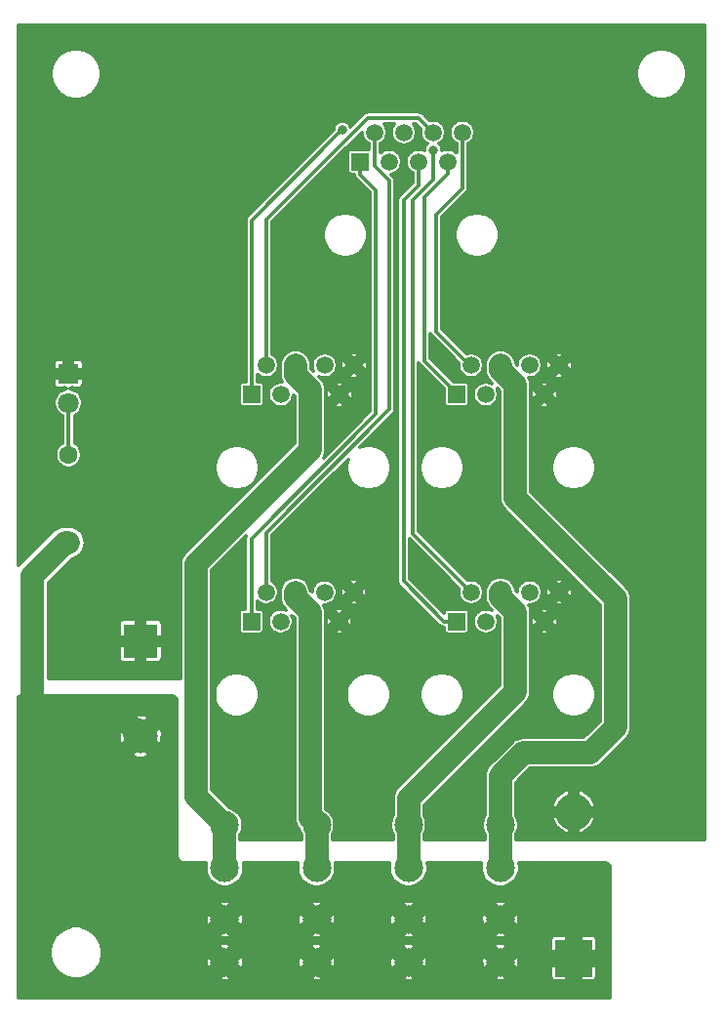
<source format=gbr>
G04 #@! TF.GenerationSoftware,KiCad,Pcbnew,(5.1.5)-3*
G04 #@! TF.CreationDate,2020-04-19T01:43:58-04:00*
G04 #@! TF.ProjectId,Pwr_Diff_Breakout,5077725f-4469-4666-965f-427265616b6f,v1*
G04 #@! TF.SameCoordinates,Original*
G04 #@! TF.FileFunction,Copper,L1,Top*
G04 #@! TF.FilePolarity,Positive*
%FSLAX46Y46*%
G04 Gerber Fmt 4.6, Leading zero omitted, Abs format (unit mm)*
G04 Created by KiCad (PCBNEW (5.1.5)-3) date 2020-04-19 01:43:58*
%MOMM*%
%LPD*%
G04 APERTURE LIST*
%ADD10C,1.500000*%
%ADD11R,1.500000X1.500000*%
%ADD12R,3.000000X3.000000*%
%ADD13C,3.000000*%
%ADD14C,2.475000*%
%ADD15C,1.800000*%
%ADD16R,1.800000X1.800000*%
%ADD17O,1.600000X1.600000*%
%ADD18C,1.600000*%
%ADD19O,3.200000X3.200000*%
%ADD20R,3.200000X3.200000*%
%ADD21C,0.800000*%
%ADD22C,2.000000*%
%ADD23C,0.350000*%
%ADD24C,0.300000*%
G04 APERTURE END LIST*
D10*
X110219000Y-78299800D03*
X108949000Y-80839800D03*
X107679000Y-78299800D03*
X106409000Y-80839800D03*
X105139000Y-78299800D03*
X103869000Y-80839800D03*
X102599000Y-78299800D03*
D11*
X101329000Y-80839800D03*
D12*
X82287200Y-122419840D03*
D13*
X82287200Y-130669760D03*
D14*
X113501000Y-138367800D03*
X113501000Y-150267800D03*
X113501000Y-142067800D03*
X113501000Y-146567800D03*
X105534332Y-138367800D03*
X105534332Y-150267800D03*
X105534332Y-142067800D03*
X105534332Y-146567800D03*
X89601000Y-138367800D03*
X89601000Y-150267800D03*
X89601000Y-142067800D03*
X89601000Y-146567800D03*
X97567666Y-138367800D03*
X97567666Y-150267800D03*
X97567666Y-142067800D03*
X97567666Y-146567800D03*
D10*
X100821000Y-98492800D03*
X99551000Y-101032800D03*
X98281000Y-98492800D03*
X97011000Y-101032800D03*
X95741000Y-98492800D03*
X94471000Y-101032800D03*
X93201000Y-98492800D03*
D11*
X91931000Y-101032800D03*
D10*
X100791000Y-118177800D03*
X99521000Y-120717800D03*
X98251000Y-118177800D03*
X96981000Y-120717800D03*
X95711000Y-118177800D03*
X94441000Y-120717800D03*
X93171000Y-118177800D03*
D11*
X91901000Y-120717800D03*
D10*
X118601000Y-118177800D03*
X117331000Y-120717800D03*
X116061000Y-118177800D03*
X114791000Y-120717800D03*
X113521000Y-118177800D03*
X112251000Y-120717800D03*
X110981000Y-118177800D03*
D11*
X109711000Y-120717800D03*
D10*
X118601000Y-98492800D03*
X117331000Y-101032800D03*
X116061000Y-98492800D03*
X114791000Y-101032800D03*
X113521000Y-98492800D03*
X112251000Y-101032800D03*
X110981000Y-98492800D03*
D11*
X109711000Y-101032800D03*
D15*
X76029000Y-101772800D03*
D16*
X76029000Y-99232800D03*
D17*
X76049000Y-113882800D03*
D18*
X76049000Y-106262800D03*
D19*
X119871000Y-137227800D03*
D20*
X119871000Y-149927800D03*
D21*
X99805000Y-78045800D03*
X107679000Y-79823800D03*
D22*
X80735241Y-129117801D02*
X82287200Y-130669760D01*
X72881000Y-129117801D02*
X80735241Y-129117801D01*
X72881000Y-116725300D02*
X72881000Y-129117801D01*
X76049000Y-113882800D02*
X75723500Y-113882800D01*
X75723500Y-113882800D02*
X72881000Y-116725300D01*
D23*
X76049000Y-101792800D02*
X76029000Y-101772800D01*
X76049000Y-106262800D02*
X76049000Y-101792800D01*
D22*
X95711000Y-118597802D02*
X95711000Y-118177800D01*
X96981000Y-119867802D02*
X95711000Y-118597802D01*
X96981000Y-120717800D02*
X96981000Y-119867802D01*
X96981000Y-137781134D02*
X97567666Y-138367800D01*
X96981000Y-120717800D02*
X96981000Y-137781134D01*
X97567666Y-142067800D02*
X97567666Y-138367800D01*
X97011000Y-100612798D02*
X97011000Y-101032800D01*
X95741000Y-99342798D02*
X97011000Y-100612798D01*
X95741000Y-98492800D02*
X95741000Y-99342798D01*
X87101000Y-135867800D02*
X89601000Y-138367800D01*
X97011000Y-101032800D02*
X97011000Y-105807800D01*
X97011000Y-105807800D02*
X87101000Y-115717800D01*
X89601000Y-142067800D02*
X89601000Y-138367800D01*
X87101000Y-115717800D02*
X87101000Y-135867800D01*
X113521000Y-118597802D02*
X113521000Y-118177800D01*
X114791000Y-119867802D02*
X113521000Y-118597802D01*
X114791000Y-120717800D02*
X114791000Y-119867802D01*
X114791000Y-126827800D02*
X114791000Y-120717800D01*
X105534332Y-138367800D02*
X105534332Y-136084468D01*
X105534332Y-136084468D02*
X114791000Y-126827800D01*
X105534332Y-138367800D02*
X105534332Y-142067800D01*
X113521000Y-98912802D02*
X113521000Y-98492800D01*
X114791000Y-100182802D02*
X113521000Y-98912802D01*
X114791000Y-101032800D02*
X114791000Y-100182802D01*
X114791000Y-110007800D02*
X114791000Y-101032800D01*
X123501000Y-118717800D02*
X114791000Y-110007800D01*
X115501000Y-132117800D02*
X121301000Y-132117800D01*
X113501000Y-138367800D02*
X113501000Y-134117800D01*
X121301000Y-132117800D02*
X123501000Y-129917800D01*
X113501000Y-134117800D02*
X115501000Y-132117800D01*
X123501000Y-129917800D02*
X123501000Y-118717800D01*
X113501000Y-142067800D02*
X113501000Y-138367800D01*
D23*
X102599000Y-79360460D02*
X102599000Y-78299800D01*
X93171000Y-118177800D02*
X93171000Y-113025632D01*
X102599000Y-81234802D02*
X102599000Y-79360460D01*
X103869000Y-102327632D02*
X103869000Y-82504802D01*
X93171000Y-113025632D02*
X103869000Y-102327632D01*
X103869000Y-82504802D02*
X102599000Y-81234802D01*
X91901000Y-119617800D02*
X91901000Y-120717800D01*
X101329000Y-80839800D02*
X101329000Y-81939800D01*
X101329000Y-81939800D02*
X102701000Y-83311800D01*
X91901000Y-113517800D02*
X91901000Y-119617800D01*
X102701000Y-83311800D02*
X102701000Y-102717800D01*
X102701000Y-102717800D02*
X91901000Y-113517800D01*
X93201000Y-98417800D02*
X93201000Y-98492800D01*
X93201000Y-85849299D02*
X93201000Y-97432140D01*
X102020499Y-77029800D02*
X93201000Y-85849299D01*
X93201000Y-97432140D02*
X93201000Y-98492800D01*
X107679000Y-78299800D02*
X106409000Y-77029800D01*
X106409000Y-77029800D02*
X102020499Y-77029800D01*
X91931000Y-101032800D02*
X91931000Y-85919800D01*
X99405001Y-78445799D02*
X99805000Y-78045800D01*
X91931000Y-85919800D02*
X99405001Y-78445799D01*
X105901000Y-113097800D02*
X105901000Y-84170628D01*
X105901000Y-84170628D02*
X107679000Y-82392628D01*
X110981000Y-118177800D02*
X105901000Y-113097800D01*
X107679000Y-80389485D02*
X107679000Y-79823800D01*
X107679000Y-82392628D02*
X107679000Y-80389485D01*
X105101000Y-117207800D02*
X108611000Y-120717800D01*
X108611000Y-120717800D02*
X109711000Y-120717800D01*
X105101000Y-84179800D02*
X105101000Y-117207800D01*
X106409000Y-80839800D02*
X106409000Y-82871800D01*
X106409000Y-82871800D02*
X105101000Y-84179800D01*
X110219000Y-83125800D02*
X110219000Y-78299800D01*
X107933000Y-85411800D02*
X110219000Y-83125800D01*
X107933000Y-95571800D02*
X107933000Y-85411800D01*
X110981000Y-98492800D02*
X110854000Y-98492800D01*
X110854000Y-98492800D02*
X107933000Y-95571800D01*
X106917000Y-83932460D02*
X106917000Y-98111800D01*
X109711000Y-100905800D02*
X109711000Y-101032800D01*
X106917000Y-98111800D02*
X109711000Y-100905800D01*
X108949000Y-80839800D02*
X108949000Y-81900460D01*
X108949000Y-81900460D02*
X106917000Y-83932460D01*
D24*
G36*
X85165324Y-127231250D02*
G01*
X85251351Y-127266883D01*
X85325228Y-127323572D01*
X85381917Y-127397449D01*
X85417550Y-127483476D01*
X85431000Y-127585634D01*
X85431000Y-141037800D01*
X85432283Y-141057379D01*
X85449593Y-141188859D01*
X85459728Y-141226682D01*
X85510477Y-141349202D01*
X85530056Y-141383115D01*
X85610787Y-141488325D01*
X85638475Y-141516013D01*
X85743685Y-141596744D01*
X85777598Y-141616323D01*
X85900118Y-141667072D01*
X85937941Y-141677207D01*
X86069421Y-141694517D01*
X86089000Y-141695800D01*
X87954435Y-141695800D01*
X87913500Y-141901596D01*
X87913500Y-142234004D01*
X87978350Y-142560026D01*
X88105557Y-142867131D01*
X88290233Y-143143518D01*
X88525282Y-143378567D01*
X88801669Y-143563243D01*
X89108774Y-143690450D01*
X89434796Y-143755300D01*
X89767204Y-143755300D01*
X90093226Y-143690450D01*
X90400331Y-143563243D01*
X90676718Y-143378567D01*
X90911767Y-143143518D01*
X91096443Y-142867131D01*
X91223650Y-142560026D01*
X91288500Y-142234004D01*
X91288500Y-141901596D01*
X91247565Y-141695800D01*
X95921101Y-141695800D01*
X95880166Y-141901596D01*
X95880166Y-142234004D01*
X95945016Y-142560026D01*
X96072223Y-142867131D01*
X96256899Y-143143518D01*
X96491948Y-143378567D01*
X96768335Y-143563243D01*
X97075440Y-143690450D01*
X97401462Y-143755300D01*
X97733870Y-143755300D01*
X98059892Y-143690450D01*
X98366997Y-143563243D01*
X98643384Y-143378567D01*
X98878433Y-143143518D01*
X99063109Y-142867131D01*
X99190316Y-142560026D01*
X99255166Y-142234004D01*
X99255166Y-141901596D01*
X99214231Y-141695800D01*
X103887767Y-141695800D01*
X103846832Y-141901596D01*
X103846832Y-142234004D01*
X103911682Y-142560026D01*
X104038889Y-142867131D01*
X104223565Y-143143518D01*
X104458614Y-143378567D01*
X104735001Y-143563243D01*
X105042106Y-143690450D01*
X105368128Y-143755300D01*
X105700536Y-143755300D01*
X106026558Y-143690450D01*
X106333663Y-143563243D01*
X106610050Y-143378567D01*
X106845099Y-143143518D01*
X107029775Y-142867131D01*
X107156982Y-142560026D01*
X107221832Y-142234004D01*
X107221832Y-141901596D01*
X107180897Y-141695800D01*
X111854435Y-141695800D01*
X111813500Y-141901596D01*
X111813500Y-142234004D01*
X111878350Y-142560026D01*
X112005557Y-142867131D01*
X112190233Y-143143518D01*
X112425282Y-143378567D01*
X112701669Y-143563243D01*
X113008774Y-143690450D01*
X113334796Y-143755300D01*
X113667204Y-143755300D01*
X113993226Y-143690450D01*
X114300331Y-143563243D01*
X114576718Y-143378567D01*
X114811767Y-143143518D01*
X114996443Y-142867131D01*
X115123650Y-142560026D01*
X115188500Y-142234004D01*
X115188500Y-141901596D01*
X115147565Y-141695800D01*
X122655166Y-141695800D01*
X122757324Y-141709250D01*
X122843351Y-141744883D01*
X122917228Y-141801572D01*
X122973917Y-141875449D01*
X123009550Y-141961476D01*
X123023000Y-142063634D01*
X123023000Y-153219966D01*
X123009550Y-153322124D01*
X122992702Y-153362800D01*
X71732000Y-153362800D01*
X71732000Y-149193270D01*
X74391000Y-149193270D01*
X74391000Y-149646330D01*
X74479387Y-150090685D01*
X74652766Y-150509259D01*
X74904473Y-150885965D01*
X75224835Y-151206327D01*
X75601541Y-151458034D01*
X76020115Y-151631413D01*
X76464470Y-151719800D01*
X76917530Y-151719800D01*
X77021486Y-151699122D01*
X89018206Y-151699122D01*
X89185848Y-151859989D01*
X89504446Y-151910388D01*
X89826754Y-151897663D01*
X90016152Y-151859989D01*
X90183794Y-151699122D01*
X96984872Y-151699122D01*
X97152514Y-151859989D01*
X97471112Y-151910388D01*
X97793420Y-151897663D01*
X97982818Y-151859989D01*
X98150460Y-151699122D01*
X104951538Y-151699122D01*
X105119180Y-151859989D01*
X105437778Y-151910388D01*
X105760086Y-151897663D01*
X105949484Y-151859989D01*
X106117126Y-151699122D01*
X112918206Y-151699122D01*
X113085848Y-151859989D01*
X113404446Y-151910388D01*
X113726754Y-151897663D01*
X113916152Y-151859989D01*
X114083794Y-151699122D01*
X113912472Y-151527800D01*
X117869065Y-151527800D01*
X117876788Y-151606214D01*
X117899660Y-151681614D01*
X117936803Y-151751103D01*
X117986789Y-151812011D01*
X118047697Y-151861997D01*
X118117186Y-151899140D01*
X118192586Y-151922012D01*
X118271000Y-151929735D01*
X119171000Y-151927800D01*
X119271000Y-151827800D01*
X119271000Y-150527800D01*
X120471000Y-150527800D01*
X120471000Y-151827800D01*
X120571000Y-151927800D01*
X121471000Y-151929735D01*
X121549414Y-151922012D01*
X121624814Y-151899140D01*
X121694303Y-151861997D01*
X121755211Y-151812011D01*
X121805197Y-151751103D01*
X121842340Y-151681614D01*
X121865212Y-151606214D01*
X121872935Y-151527800D01*
X121871000Y-150627800D01*
X121771000Y-150527800D01*
X120471000Y-150527800D01*
X119271000Y-150527800D01*
X117971000Y-150527800D01*
X117871000Y-150627800D01*
X117869065Y-151527800D01*
X113912472Y-151527800D01*
X113501000Y-151116328D01*
X112918206Y-151699122D01*
X106117126Y-151699122D01*
X105534332Y-151116328D01*
X104951538Y-151699122D01*
X98150460Y-151699122D01*
X97567666Y-151116328D01*
X96984872Y-151699122D01*
X90183794Y-151699122D01*
X89601000Y-151116328D01*
X89018206Y-151699122D01*
X77021486Y-151699122D01*
X77361885Y-151631413D01*
X77780459Y-151458034D01*
X78157165Y-151206327D01*
X78477527Y-150885965D01*
X78729234Y-150509259D01*
X78869243Y-150171246D01*
X87958412Y-150171246D01*
X87971137Y-150493554D01*
X88008811Y-150682952D01*
X88169678Y-150850594D01*
X88752472Y-150267800D01*
X90449528Y-150267800D01*
X91032322Y-150850594D01*
X91193189Y-150682952D01*
X91243588Y-150364354D01*
X91235964Y-150171246D01*
X95925078Y-150171246D01*
X95937803Y-150493554D01*
X95975477Y-150682952D01*
X96136344Y-150850594D01*
X96719138Y-150267800D01*
X98416194Y-150267800D01*
X98998988Y-150850594D01*
X99159855Y-150682952D01*
X99210254Y-150364354D01*
X99202630Y-150171246D01*
X103891744Y-150171246D01*
X103904469Y-150493554D01*
X103942143Y-150682952D01*
X104103010Y-150850594D01*
X104685804Y-150267800D01*
X106382860Y-150267800D01*
X106965654Y-150850594D01*
X107126521Y-150682952D01*
X107176920Y-150364354D01*
X107169296Y-150171246D01*
X111858412Y-150171246D01*
X111871137Y-150493554D01*
X111908811Y-150682952D01*
X112069678Y-150850594D01*
X112652472Y-150267800D01*
X114349528Y-150267800D01*
X114932322Y-150850594D01*
X115093189Y-150682952D01*
X115143588Y-150364354D01*
X115130863Y-150042046D01*
X115093189Y-149852648D01*
X114932322Y-149685006D01*
X114349528Y-150267800D01*
X112652472Y-150267800D01*
X112069678Y-149685006D01*
X111908811Y-149852648D01*
X111858412Y-150171246D01*
X107169296Y-150171246D01*
X107164195Y-150042046D01*
X107126521Y-149852648D01*
X106965654Y-149685006D01*
X106382860Y-150267800D01*
X104685804Y-150267800D01*
X104103010Y-149685006D01*
X103942143Y-149852648D01*
X103891744Y-150171246D01*
X99202630Y-150171246D01*
X99197529Y-150042046D01*
X99159855Y-149852648D01*
X98998988Y-149685006D01*
X98416194Y-150267800D01*
X96719138Y-150267800D01*
X96136344Y-149685006D01*
X95975477Y-149852648D01*
X95925078Y-150171246D01*
X91235964Y-150171246D01*
X91230863Y-150042046D01*
X91193189Y-149852648D01*
X91032322Y-149685006D01*
X90449528Y-150267800D01*
X88752472Y-150267800D01*
X88169678Y-149685006D01*
X88008811Y-149852648D01*
X87958412Y-150171246D01*
X78869243Y-150171246D01*
X78902613Y-150090685D01*
X78991000Y-149646330D01*
X78991000Y-149193270D01*
X78920031Y-148836478D01*
X89018206Y-148836478D01*
X89601000Y-149419272D01*
X90183794Y-148836478D01*
X96984872Y-148836478D01*
X97567666Y-149419272D01*
X98150460Y-148836478D01*
X104951538Y-148836478D01*
X105534332Y-149419272D01*
X106117126Y-148836478D01*
X112918206Y-148836478D01*
X113501000Y-149419272D01*
X114083794Y-148836478D01*
X113916152Y-148675611D01*
X113597554Y-148625212D01*
X113275246Y-148637937D01*
X113085848Y-148675611D01*
X112918206Y-148836478D01*
X106117126Y-148836478D01*
X105949484Y-148675611D01*
X105630886Y-148625212D01*
X105308578Y-148637937D01*
X105119180Y-148675611D01*
X104951538Y-148836478D01*
X98150460Y-148836478D01*
X97982818Y-148675611D01*
X97664220Y-148625212D01*
X97341912Y-148637937D01*
X97152514Y-148675611D01*
X96984872Y-148836478D01*
X90183794Y-148836478D01*
X90016152Y-148675611D01*
X89697554Y-148625212D01*
X89375246Y-148637937D01*
X89185848Y-148675611D01*
X89018206Y-148836478D01*
X78920031Y-148836478D01*
X78902613Y-148748915D01*
X78729234Y-148330341D01*
X78727537Y-148327800D01*
X117869065Y-148327800D01*
X117871000Y-149227800D01*
X117971000Y-149327800D01*
X119271000Y-149327800D01*
X119271000Y-148027800D01*
X120471000Y-148027800D01*
X120471000Y-149327800D01*
X121771000Y-149327800D01*
X121871000Y-149227800D01*
X121872935Y-148327800D01*
X121865212Y-148249386D01*
X121842340Y-148173986D01*
X121805197Y-148104497D01*
X121755211Y-148043589D01*
X121694303Y-147993603D01*
X121624814Y-147956460D01*
X121549414Y-147933588D01*
X121471000Y-147925865D01*
X120571000Y-147927800D01*
X120471000Y-148027800D01*
X119271000Y-148027800D01*
X119171000Y-147927800D01*
X118271000Y-147925865D01*
X118192586Y-147933588D01*
X118117186Y-147956460D01*
X118047697Y-147993603D01*
X117986789Y-148043589D01*
X117936803Y-148104497D01*
X117899660Y-148173986D01*
X117876788Y-148249386D01*
X117869065Y-148327800D01*
X78727537Y-148327800D01*
X78507921Y-147999122D01*
X89018206Y-147999122D01*
X89185848Y-148159989D01*
X89504446Y-148210388D01*
X89826754Y-148197663D01*
X90016152Y-148159989D01*
X90183794Y-147999122D01*
X96984872Y-147999122D01*
X97152514Y-148159989D01*
X97471112Y-148210388D01*
X97793420Y-148197663D01*
X97982818Y-148159989D01*
X98150460Y-147999122D01*
X104951538Y-147999122D01*
X105119180Y-148159989D01*
X105437778Y-148210388D01*
X105760086Y-148197663D01*
X105949484Y-148159989D01*
X106117126Y-147999122D01*
X112918206Y-147999122D01*
X113085848Y-148159989D01*
X113404446Y-148210388D01*
X113726754Y-148197663D01*
X113916152Y-148159989D01*
X114083794Y-147999122D01*
X113501000Y-147416328D01*
X112918206Y-147999122D01*
X106117126Y-147999122D01*
X105534332Y-147416328D01*
X104951538Y-147999122D01*
X98150460Y-147999122D01*
X97567666Y-147416328D01*
X96984872Y-147999122D01*
X90183794Y-147999122D01*
X89601000Y-147416328D01*
X89018206Y-147999122D01*
X78507921Y-147999122D01*
X78477527Y-147953635D01*
X78157165Y-147633273D01*
X77780459Y-147381566D01*
X77361885Y-147208187D01*
X76917530Y-147119800D01*
X76464470Y-147119800D01*
X76020115Y-147208187D01*
X75601541Y-147381566D01*
X75224835Y-147633273D01*
X74904473Y-147953635D01*
X74652766Y-148330341D01*
X74479387Y-148748915D01*
X74391000Y-149193270D01*
X71732000Y-149193270D01*
X71732000Y-146471246D01*
X87958412Y-146471246D01*
X87971137Y-146793554D01*
X88008811Y-146982952D01*
X88169678Y-147150594D01*
X88752472Y-146567800D01*
X90449528Y-146567800D01*
X91032322Y-147150594D01*
X91193189Y-146982952D01*
X91243588Y-146664354D01*
X91235964Y-146471246D01*
X95925078Y-146471246D01*
X95937803Y-146793554D01*
X95975477Y-146982952D01*
X96136344Y-147150594D01*
X96719138Y-146567800D01*
X98416194Y-146567800D01*
X98998988Y-147150594D01*
X99159855Y-146982952D01*
X99210254Y-146664354D01*
X99202630Y-146471246D01*
X103891744Y-146471246D01*
X103904469Y-146793554D01*
X103942143Y-146982952D01*
X104103010Y-147150594D01*
X104685804Y-146567800D01*
X106382860Y-146567800D01*
X106965654Y-147150594D01*
X107126521Y-146982952D01*
X107176920Y-146664354D01*
X107169296Y-146471246D01*
X111858412Y-146471246D01*
X111871137Y-146793554D01*
X111908811Y-146982952D01*
X112069678Y-147150594D01*
X112652472Y-146567800D01*
X114349528Y-146567800D01*
X114932322Y-147150594D01*
X115093189Y-146982952D01*
X115143588Y-146664354D01*
X115130863Y-146342046D01*
X115093189Y-146152648D01*
X114932322Y-145985006D01*
X114349528Y-146567800D01*
X112652472Y-146567800D01*
X112069678Y-145985006D01*
X111908811Y-146152648D01*
X111858412Y-146471246D01*
X107169296Y-146471246D01*
X107164195Y-146342046D01*
X107126521Y-146152648D01*
X106965654Y-145985006D01*
X106382860Y-146567800D01*
X104685804Y-146567800D01*
X104103010Y-145985006D01*
X103942143Y-146152648D01*
X103891744Y-146471246D01*
X99202630Y-146471246D01*
X99197529Y-146342046D01*
X99159855Y-146152648D01*
X98998988Y-145985006D01*
X98416194Y-146567800D01*
X96719138Y-146567800D01*
X96136344Y-145985006D01*
X95975477Y-146152648D01*
X95925078Y-146471246D01*
X91235964Y-146471246D01*
X91230863Y-146342046D01*
X91193189Y-146152648D01*
X91032322Y-145985006D01*
X90449528Y-146567800D01*
X88752472Y-146567800D01*
X88169678Y-145985006D01*
X88008811Y-146152648D01*
X87958412Y-146471246D01*
X71732000Y-146471246D01*
X71732000Y-145136478D01*
X89018206Y-145136478D01*
X89601000Y-145719272D01*
X90183794Y-145136478D01*
X96984872Y-145136478D01*
X97567666Y-145719272D01*
X98150460Y-145136478D01*
X104951538Y-145136478D01*
X105534332Y-145719272D01*
X106117126Y-145136478D01*
X112918206Y-145136478D01*
X113501000Y-145719272D01*
X114083794Y-145136478D01*
X113916152Y-144975611D01*
X113597554Y-144925212D01*
X113275246Y-144937937D01*
X113085848Y-144975611D01*
X112918206Y-145136478D01*
X106117126Y-145136478D01*
X105949484Y-144975611D01*
X105630886Y-144925212D01*
X105308578Y-144937937D01*
X105119180Y-144975611D01*
X104951538Y-145136478D01*
X98150460Y-145136478D01*
X97982818Y-144975611D01*
X97664220Y-144925212D01*
X97341912Y-144937937D01*
X97152514Y-144975611D01*
X96984872Y-145136478D01*
X90183794Y-145136478D01*
X90016152Y-144975611D01*
X89697554Y-144925212D01*
X89375246Y-144937937D01*
X89185848Y-144975611D01*
X89018206Y-145136478D01*
X71732000Y-145136478D01*
X71732000Y-132300917D01*
X81504571Y-132300917D01*
X81707272Y-132488744D01*
X82073281Y-132566931D01*
X82447511Y-132572211D01*
X82815581Y-132504380D01*
X82867128Y-132488744D01*
X83069829Y-132300917D01*
X82287200Y-131518288D01*
X81504571Y-132300917D01*
X71732000Y-132300917D01*
X71732000Y-130830071D01*
X80384749Y-130830071D01*
X80452580Y-131198141D01*
X80468216Y-131249688D01*
X80656043Y-131452389D01*
X81438672Y-130669760D01*
X83135728Y-130669760D01*
X83918357Y-131452389D01*
X84106184Y-131249688D01*
X84184371Y-130883679D01*
X84189651Y-130509449D01*
X84121820Y-130141379D01*
X84106184Y-130089832D01*
X83918357Y-129887131D01*
X83135728Y-130669760D01*
X81438672Y-130669760D01*
X80656043Y-129887131D01*
X80468216Y-130089832D01*
X80390029Y-130455841D01*
X80384749Y-130830071D01*
X71732000Y-130830071D01*
X71732000Y-129038603D01*
X81504571Y-129038603D01*
X82287200Y-129821232D01*
X83069829Y-129038603D01*
X82867128Y-128850776D01*
X82501119Y-128772589D01*
X82126889Y-128767309D01*
X81758819Y-128835140D01*
X81707272Y-128850776D01*
X81504571Y-129038603D01*
X71732000Y-129038603D01*
X71732000Y-127248098D01*
X71772676Y-127231250D01*
X71874834Y-127217800D01*
X85063166Y-127217800D01*
X85165324Y-127231250D01*
G37*
X85165324Y-127231250D02*
X85251351Y-127266883D01*
X85325228Y-127323572D01*
X85381917Y-127397449D01*
X85417550Y-127483476D01*
X85431000Y-127585634D01*
X85431000Y-141037800D01*
X85432283Y-141057379D01*
X85449593Y-141188859D01*
X85459728Y-141226682D01*
X85510477Y-141349202D01*
X85530056Y-141383115D01*
X85610787Y-141488325D01*
X85638475Y-141516013D01*
X85743685Y-141596744D01*
X85777598Y-141616323D01*
X85900118Y-141667072D01*
X85937941Y-141677207D01*
X86069421Y-141694517D01*
X86089000Y-141695800D01*
X87954435Y-141695800D01*
X87913500Y-141901596D01*
X87913500Y-142234004D01*
X87978350Y-142560026D01*
X88105557Y-142867131D01*
X88290233Y-143143518D01*
X88525282Y-143378567D01*
X88801669Y-143563243D01*
X89108774Y-143690450D01*
X89434796Y-143755300D01*
X89767204Y-143755300D01*
X90093226Y-143690450D01*
X90400331Y-143563243D01*
X90676718Y-143378567D01*
X90911767Y-143143518D01*
X91096443Y-142867131D01*
X91223650Y-142560026D01*
X91288500Y-142234004D01*
X91288500Y-141901596D01*
X91247565Y-141695800D01*
X95921101Y-141695800D01*
X95880166Y-141901596D01*
X95880166Y-142234004D01*
X95945016Y-142560026D01*
X96072223Y-142867131D01*
X96256899Y-143143518D01*
X96491948Y-143378567D01*
X96768335Y-143563243D01*
X97075440Y-143690450D01*
X97401462Y-143755300D01*
X97733870Y-143755300D01*
X98059892Y-143690450D01*
X98366997Y-143563243D01*
X98643384Y-143378567D01*
X98878433Y-143143518D01*
X99063109Y-142867131D01*
X99190316Y-142560026D01*
X99255166Y-142234004D01*
X99255166Y-141901596D01*
X99214231Y-141695800D01*
X103887767Y-141695800D01*
X103846832Y-141901596D01*
X103846832Y-142234004D01*
X103911682Y-142560026D01*
X104038889Y-142867131D01*
X104223565Y-143143518D01*
X104458614Y-143378567D01*
X104735001Y-143563243D01*
X105042106Y-143690450D01*
X105368128Y-143755300D01*
X105700536Y-143755300D01*
X106026558Y-143690450D01*
X106333663Y-143563243D01*
X106610050Y-143378567D01*
X106845099Y-143143518D01*
X107029775Y-142867131D01*
X107156982Y-142560026D01*
X107221832Y-142234004D01*
X107221832Y-141901596D01*
X107180897Y-141695800D01*
X111854435Y-141695800D01*
X111813500Y-141901596D01*
X111813500Y-142234004D01*
X111878350Y-142560026D01*
X112005557Y-142867131D01*
X112190233Y-143143518D01*
X112425282Y-143378567D01*
X112701669Y-143563243D01*
X113008774Y-143690450D01*
X113334796Y-143755300D01*
X113667204Y-143755300D01*
X113993226Y-143690450D01*
X114300331Y-143563243D01*
X114576718Y-143378567D01*
X114811767Y-143143518D01*
X114996443Y-142867131D01*
X115123650Y-142560026D01*
X115188500Y-142234004D01*
X115188500Y-141901596D01*
X115147565Y-141695800D01*
X122655166Y-141695800D01*
X122757324Y-141709250D01*
X122843351Y-141744883D01*
X122917228Y-141801572D01*
X122973917Y-141875449D01*
X123009550Y-141961476D01*
X123023000Y-142063634D01*
X123023000Y-153219966D01*
X123009550Y-153322124D01*
X122992702Y-153362800D01*
X71732000Y-153362800D01*
X71732000Y-149193270D01*
X74391000Y-149193270D01*
X74391000Y-149646330D01*
X74479387Y-150090685D01*
X74652766Y-150509259D01*
X74904473Y-150885965D01*
X75224835Y-151206327D01*
X75601541Y-151458034D01*
X76020115Y-151631413D01*
X76464470Y-151719800D01*
X76917530Y-151719800D01*
X77021486Y-151699122D01*
X89018206Y-151699122D01*
X89185848Y-151859989D01*
X89504446Y-151910388D01*
X89826754Y-151897663D01*
X90016152Y-151859989D01*
X90183794Y-151699122D01*
X96984872Y-151699122D01*
X97152514Y-151859989D01*
X97471112Y-151910388D01*
X97793420Y-151897663D01*
X97982818Y-151859989D01*
X98150460Y-151699122D01*
X104951538Y-151699122D01*
X105119180Y-151859989D01*
X105437778Y-151910388D01*
X105760086Y-151897663D01*
X105949484Y-151859989D01*
X106117126Y-151699122D01*
X112918206Y-151699122D01*
X113085848Y-151859989D01*
X113404446Y-151910388D01*
X113726754Y-151897663D01*
X113916152Y-151859989D01*
X114083794Y-151699122D01*
X113912472Y-151527800D01*
X117869065Y-151527800D01*
X117876788Y-151606214D01*
X117899660Y-151681614D01*
X117936803Y-151751103D01*
X117986789Y-151812011D01*
X118047697Y-151861997D01*
X118117186Y-151899140D01*
X118192586Y-151922012D01*
X118271000Y-151929735D01*
X119171000Y-151927800D01*
X119271000Y-151827800D01*
X119271000Y-150527800D01*
X120471000Y-150527800D01*
X120471000Y-151827800D01*
X120571000Y-151927800D01*
X121471000Y-151929735D01*
X121549414Y-151922012D01*
X121624814Y-151899140D01*
X121694303Y-151861997D01*
X121755211Y-151812011D01*
X121805197Y-151751103D01*
X121842340Y-151681614D01*
X121865212Y-151606214D01*
X121872935Y-151527800D01*
X121871000Y-150627800D01*
X121771000Y-150527800D01*
X120471000Y-150527800D01*
X119271000Y-150527800D01*
X117971000Y-150527800D01*
X117871000Y-150627800D01*
X117869065Y-151527800D01*
X113912472Y-151527800D01*
X113501000Y-151116328D01*
X112918206Y-151699122D01*
X106117126Y-151699122D01*
X105534332Y-151116328D01*
X104951538Y-151699122D01*
X98150460Y-151699122D01*
X97567666Y-151116328D01*
X96984872Y-151699122D01*
X90183794Y-151699122D01*
X89601000Y-151116328D01*
X89018206Y-151699122D01*
X77021486Y-151699122D01*
X77361885Y-151631413D01*
X77780459Y-151458034D01*
X78157165Y-151206327D01*
X78477527Y-150885965D01*
X78729234Y-150509259D01*
X78869243Y-150171246D01*
X87958412Y-150171246D01*
X87971137Y-150493554D01*
X88008811Y-150682952D01*
X88169678Y-150850594D01*
X88752472Y-150267800D01*
X90449528Y-150267800D01*
X91032322Y-150850594D01*
X91193189Y-150682952D01*
X91243588Y-150364354D01*
X91235964Y-150171246D01*
X95925078Y-150171246D01*
X95937803Y-150493554D01*
X95975477Y-150682952D01*
X96136344Y-150850594D01*
X96719138Y-150267800D01*
X98416194Y-150267800D01*
X98998988Y-150850594D01*
X99159855Y-150682952D01*
X99210254Y-150364354D01*
X99202630Y-150171246D01*
X103891744Y-150171246D01*
X103904469Y-150493554D01*
X103942143Y-150682952D01*
X104103010Y-150850594D01*
X104685804Y-150267800D01*
X106382860Y-150267800D01*
X106965654Y-150850594D01*
X107126521Y-150682952D01*
X107176920Y-150364354D01*
X107169296Y-150171246D01*
X111858412Y-150171246D01*
X111871137Y-150493554D01*
X111908811Y-150682952D01*
X112069678Y-150850594D01*
X112652472Y-150267800D01*
X114349528Y-150267800D01*
X114932322Y-150850594D01*
X115093189Y-150682952D01*
X115143588Y-150364354D01*
X115130863Y-150042046D01*
X115093189Y-149852648D01*
X114932322Y-149685006D01*
X114349528Y-150267800D01*
X112652472Y-150267800D01*
X112069678Y-149685006D01*
X111908811Y-149852648D01*
X111858412Y-150171246D01*
X107169296Y-150171246D01*
X107164195Y-150042046D01*
X107126521Y-149852648D01*
X106965654Y-149685006D01*
X106382860Y-150267800D01*
X104685804Y-150267800D01*
X104103010Y-149685006D01*
X103942143Y-149852648D01*
X103891744Y-150171246D01*
X99202630Y-150171246D01*
X99197529Y-150042046D01*
X99159855Y-149852648D01*
X98998988Y-149685006D01*
X98416194Y-150267800D01*
X96719138Y-150267800D01*
X96136344Y-149685006D01*
X95975477Y-149852648D01*
X95925078Y-150171246D01*
X91235964Y-150171246D01*
X91230863Y-150042046D01*
X91193189Y-149852648D01*
X91032322Y-149685006D01*
X90449528Y-150267800D01*
X88752472Y-150267800D01*
X88169678Y-149685006D01*
X88008811Y-149852648D01*
X87958412Y-150171246D01*
X78869243Y-150171246D01*
X78902613Y-150090685D01*
X78991000Y-149646330D01*
X78991000Y-149193270D01*
X78920031Y-148836478D01*
X89018206Y-148836478D01*
X89601000Y-149419272D01*
X90183794Y-148836478D01*
X96984872Y-148836478D01*
X97567666Y-149419272D01*
X98150460Y-148836478D01*
X104951538Y-148836478D01*
X105534332Y-149419272D01*
X106117126Y-148836478D01*
X112918206Y-148836478D01*
X113501000Y-149419272D01*
X114083794Y-148836478D01*
X113916152Y-148675611D01*
X113597554Y-148625212D01*
X113275246Y-148637937D01*
X113085848Y-148675611D01*
X112918206Y-148836478D01*
X106117126Y-148836478D01*
X105949484Y-148675611D01*
X105630886Y-148625212D01*
X105308578Y-148637937D01*
X105119180Y-148675611D01*
X104951538Y-148836478D01*
X98150460Y-148836478D01*
X97982818Y-148675611D01*
X97664220Y-148625212D01*
X97341912Y-148637937D01*
X97152514Y-148675611D01*
X96984872Y-148836478D01*
X90183794Y-148836478D01*
X90016152Y-148675611D01*
X89697554Y-148625212D01*
X89375246Y-148637937D01*
X89185848Y-148675611D01*
X89018206Y-148836478D01*
X78920031Y-148836478D01*
X78902613Y-148748915D01*
X78729234Y-148330341D01*
X78727537Y-148327800D01*
X117869065Y-148327800D01*
X117871000Y-149227800D01*
X117971000Y-149327800D01*
X119271000Y-149327800D01*
X119271000Y-148027800D01*
X120471000Y-148027800D01*
X120471000Y-149327800D01*
X121771000Y-149327800D01*
X121871000Y-149227800D01*
X121872935Y-148327800D01*
X121865212Y-148249386D01*
X121842340Y-148173986D01*
X121805197Y-148104497D01*
X121755211Y-148043589D01*
X121694303Y-147993603D01*
X121624814Y-147956460D01*
X121549414Y-147933588D01*
X121471000Y-147925865D01*
X120571000Y-147927800D01*
X120471000Y-148027800D01*
X119271000Y-148027800D01*
X119171000Y-147927800D01*
X118271000Y-147925865D01*
X118192586Y-147933588D01*
X118117186Y-147956460D01*
X118047697Y-147993603D01*
X117986789Y-148043589D01*
X117936803Y-148104497D01*
X117899660Y-148173986D01*
X117876788Y-148249386D01*
X117869065Y-148327800D01*
X78727537Y-148327800D01*
X78507921Y-147999122D01*
X89018206Y-147999122D01*
X89185848Y-148159989D01*
X89504446Y-148210388D01*
X89826754Y-148197663D01*
X90016152Y-148159989D01*
X90183794Y-147999122D01*
X96984872Y-147999122D01*
X97152514Y-148159989D01*
X97471112Y-148210388D01*
X97793420Y-148197663D01*
X97982818Y-148159989D01*
X98150460Y-147999122D01*
X104951538Y-147999122D01*
X105119180Y-148159989D01*
X105437778Y-148210388D01*
X105760086Y-148197663D01*
X105949484Y-148159989D01*
X106117126Y-147999122D01*
X112918206Y-147999122D01*
X113085848Y-148159989D01*
X113404446Y-148210388D01*
X113726754Y-148197663D01*
X113916152Y-148159989D01*
X114083794Y-147999122D01*
X113501000Y-147416328D01*
X112918206Y-147999122D01*
X106117126Y-147999122D01*
X105534332Y-147416328D01*
X104951538Y-147999122D01*
X98150460Y-147999122D01*
X97567666Y-147416328D01*
X96984872Y-147999122D01*
X90183794Y-147999122D01*
X89601000Y-147416328D01*
X89018206Y-147999122D01*
X78507921Y-147999122D01*
X78477527Y-147953635D01*
X78157165Y-147633273D01*
X77780459Y-147381566D01*
X77361885Y-147208187D01*
X76917530Y-147119800D01*
X76464470Y-147119800D01*
X76020115Y-147208187D01*
X75601541Y-147381566D01*
X75224835Y-147633273D01*
X74904473Y-147953635D01*
X74652766Y-148330341D01*
X74479387Y-148748915D01*
X74391000Y-149193270D01*
X71732000Y-149193270D01*
X71732000Y-146471246D01*
X87958412Y-146471246D01*
X87971137Y-146793554D01*
X88008811Y-146982952D01*
X88169678Y-147150594D01*
X88752472Y-146567800D01*
X90449528Y-146567800D01*
X91032322Y-147150594D01*
X91193189Y-146982952D01*
X91243588Y-146664354D01*
X91235964Y-146471246D01*
X95925078Y-146471246D01*
X95937803Y-146793554D01*
X95975477Y-146982952D01*
X96136344Y-147150594D01*
X96719138Y-146567800D01*
X98416194Y-146567800D01*
X98998988Y-147150594D01*
X99159855Y-146982952D01*
X99210254Y-146664354D01*
X99202630Y-146471246D01*
X103891744Y-146471246D01*
X103904469Y-146793554D01*
X103942143Y-146982952D01*
X104103010Y-147150594D01*
X104685804Y-146567800D01*
X106382860Y-146567800D01*
X106965654Y-147150594D01*
X107126521Y-146982952D01*
X107176920Y-146664354D01*
X107169296Y-146471246D01*
X111858412Y-146471246D01*
X111871137Y-146793554D01*
X111908811Y-146982952D01*
X112069678Y-147150594D01*
X112652472Y-146567800D01*
X114349528Y-146567800D01*
X114932322Y-147150594D01*
X115093189Y-146982952D01*
X115143588Y-146664354D01*
X115130863Y-146342046D01*
X115093189Y-146152648D01*
X114932322Y-145985006D01*
X114349528Y-146567800D01*
X112652472Y-146567800D01*
X112069678Y-145985006D01*
X111908811Y-146152648D01*
X111858412Y-146471246D01*
X107169296Y-146471246D01*
X107164195Y-146342046D01*
X107126521Y-146152648D01*
X106965654Y-145985006D01*
X106382860Y-146567800D01*
X104685804Y-146567800D01*
X104103010Y-145985006D01*
X103942143Y-146152648D01*
X103891744Y-146471246D01*
X99202630Y-146471246D01*
X99197529Y-146342046D01*
X99159855Y-146152648D01*
X98998988Y-145985006D01*
X98416194Y-146567800D01*
X96719138Y-146567800D01*
X96136344Y-145985006D01*
X95975477Y-146152648D01*
X95925078Y-146471246D01*
X91235964Y-146471246D01*
X91230863Y-146342046D01*
X91193189Y-146152648D01*
X91032322Y-145985006D01*
X90449528Y-146567800D01*
X88752472Y-146567800D01*
X88169678Y-145985006D01*
X88008811Y-146152648D01*
X87958412Y-146471246D01*
X71732000Y-146471246D01*
X71732000Y-145136478D01*
X89018206Y-145136478D01*
X89601000Y-145719272D01*
X90183794Y-145136478D01*
X96984872Y-145136478D01*
X97567666Y-145719272D01*
X98150460Y-145136478D01*
X104951538Y-145136478D01*
X105534332Y-145719272D01*
X106117126Y-145136478D01*
X112918206Y-145136478D01*
X113501000Y-145719272D01*
X114083794Y-145136478D01*
X113916152Y-144975611D01*
X113597554Y-144925212D01*
X113275246Y-144937937D01*
X113085848Y-144975611D01*
X112918206Y-145136478D01*
X106117126Y-145136478D01*
X105949484Y-144975611D01*
X105630886Y-144925212D01*
X105308578Y-144937937D01*
X105119180Y-144975611D01*
X104951538Y-145136478D01*
X98150460Y-145136478D01*
X97982818Y-144975611D01*
X97664220Y-144925212D01*
X97341912Y-144937937D01*
X97152514Y-144975611D01*
X96984872Y-145136478D01*
X90183794Y-145136478D01*
X90016152Y-144975611D01*
X89697554Y-144925212D01*
X89375246Y-144937937D01*
X89185848Y-144975611D01*
X89018206Y-145136478D01*
X71732000Y-145136478D01*
X71732000Y-132300917D01*
X81504571Y-132300917D01*
X81707272Y-132488744D01*
X82073281Y-132566931D01*
X82447511Y-132572211D01*
X82815581Y-132504380D01*
X82867128Y-132488744D01*
X83069829Y-132300917D01*
X82287200Y-131518288D01*
X81504571Y-132300917D01*
X71732000Y-132300917D01*
X71732000Y-130830071D01*
X80384749Y-130830071D01*
X80452580Y-131198141D01*
X80468216Y-131249688D01*
X80656043Y-131452389D01*
X81438672Y-130669760D01*
X83135728Y-130669760D01*
X83918357Y-131452389D01*
X84106184Y-131249688D01*
X84184371Y-130883679D01*
X84189651Y-130509449D01*
X84121820Y-130141379D01*
X84106184Y-130089832D01*
X83918357Y-129887131D01*
X83135728Y-130669760D01*
X81438672Y-130669760D01*
X80656043Y-129887131D01*
X80468216Y-130089832D01*
X80390029Y-130455841D01*
X80384749Y-130830071D01*
X71732000Y-130830071D01*
X71732000Y-129038603D01*
X81504571Y-129038603D01*
X82287200Y-129821232D01*
X83069829Y-129038603D01*
X82867128Y-128850776D01*
X82501119Y-128772589D01*
X82126889Y-128767309D01*
X81758819Y-128835140D01*
X81707272Y-128850776D01*
X81504571Y-129038603D01*
X71732000Y-129038603D01*
X71732000Y-127248098D01*
X71772676Y-127231250D01*
X71874834Y-127217800D01*
X85063166Y-127217800D01*
X85165324Y-127231250D01*
G36*
X131180000Y-139617800D02*
G01*
X114851000Y-139617800D01*
X114851000Y-139204806D01*
X114907824Y-139119763D01*
X115027493Y-138830857D01*
X115088500Y-138524155D01*
X115088500Y-138211445D01*
X115027493Y-137904743D01*
X115017880Y-137881533D01*
X117980849Y-137881533D01*
X118144705Y-138237722D01*
X118374901Y-138555100D01*
X118662592Y-138821471D01*
X118996721Y-139026598D01*
X119217268Y-139117942D01*
X119521000Y-139095285D01*
X119521000Y-137577800D01*
X120221000Y-137577800D01*
X120221000Y-139095285D01*
X120524732Y-139117942D01*
X120745279Y-139026598D01*
X121079408Y-138821471D01*
X121367099Y-138555100D01*
X121597295Y-138237722D01*
X121761151Y-137881533D01*
X121740147Y-137577800D01*
X120221000Y-137577800D01*
X119521000Y-137577800D01*
X118001853Y-137577800D01*
X117980849Y-137881533D01*
X115017880Y-137881533D01*
X114907824Y-137615837D01*
X114851000Y-137530794D01*
X114851000Y-136574067D01*
X117980849Y-136574067D01*
X118001853Y-136877800D01*
X119521000Y-136877800D01*
X119521000Y-135360315D01*
X120221000Y-135360315D01*
X120221000Y-136877800D01*
X121740147Y-136877800D01*
X121761151Y-136574067D01*
X121597295Y-136217878D01*
X121367099Y-135900500D01*
X121079408Y-135634129D01*
X120745279Y-135429002D01*
X120524732Y-135337658D01*
X120221000Y-135360315D01*
X119521000Y-135360315D01*
X119217268Y-135337658D01*
X118996721Y-135429002D01*
X118662592Y-135634129D01*
X118374901Y-135900500D01*
X118144705Y-136217878D01*
X117980849Y-136574067D01*
X114851000Y-136574067D01*
X114851000Y-134676988D01*
X116060189Y-133467800D01*
X121234681Y-133467800D01*
X121301000Y-133474332D01*
X121367319Y-133467800D01*
X121367321Y-133467800D01*
X121565646Y-133448267D01*
X121820122Y-133371072D01*
X122054649Y-133245715D01*
X122260213Y-133077013D01*
X122302491Y-133025497D01*
X124408706Y-130919283D01*
X124460212Y-130877013D01*
X124502483Y-130825506D01*
X124502490Y-130825499D01*
X124628915Y-130671450D01*
X124695919Y-130546093D01*
X124754272Y-130436922D01*
X124831467Y-130182446D01*
X124851000Y-129984121D01*
X124851000Y-129984119D01*
X124857532Y-129917800D01*
X124851000Y-129851481D01*
X124851000Y-118784110D01*
X124857531Y-118717799D01*
X124851000Y-118651488D01*
X124851000Y-118651479D01*
X124831467Y-118453154D01*
X124754272Y-118198678D01*
X124666564Y-118034587D01*
X124628915Y-117964150D01*
X124502490Y-117810101D01*
X124502487Y-117810098D01*
X124460213Y-117758587D01*
X124408702Y-117716313D01*
X116141000Y-109448612D01*
X116141000Y-107190742D01*
X117921000Y-107190742D01*
X117921000Y-107574858D01*
X117995938Y-107951594D01*
X118142933Y-108306471D01*
X118356336Y-108625852D01*
X118627948Y-108897464D01*
X118947329Y-109110867D01*
X119302206Y-109257862D01*
X119678942Y-109332800D01*
X120063058Y-109332800D01*
X120439794Y-109257862D01*
X120794671Y-109110867D01*
X121114052Y-108897464D01*
X121385664Y-108625852D01*
X121599067Y-108306471D01*
X121746062Y-107951594D01*
X121821000Y-107574858D01*
X121821000Y-107190742D01*
X121746062Y-106814006D01*
X121599067Y-106459129D01*
X121385664Y-106139748D01*
X121114052Y-105868136D01*
X120794671Y-105654733D01*
X120439794Y-105507738D01*
X120063058Y-105432800D01*
X119678942Y-105432800D01*
X119302206Y-105507738D01*
X118947329Y-105654733D01*
X118627948Y-105868136D01*
X118356336Y-106139748D01*
X118142933Y-106459129D01*
X117995938Y-106814006D01*
X117921000Y-107190742D01*
X116141000Y-107190742D01*
X116141000Y-101984459D01*
X116874316Y-101984459D01*
X116966837Y-102129483D01*
X117187787Y-102179456D01*
X117414240Y-102185362D01*
X117637494Y-102146977D01*
X117695163Y-102129483D01*
X117787684Y-101984459D01*
X117331000Y-101527775D01*
X116874316Y-101984459D01*
X116141000Y-101984459D01*
X116141000Y-101116040D01*
X116178438Y-101116040D01*
X116216823Y-101339294D01*
X116234317Y-101396963D01*
X116379341Y-101489484D01*
X116836025Y-101032800D01*
X117825975Y-101032800D01*
X118282659Y-101489484D01*
X118427683Y-101396963D01*
X118477656Y-101176013D01*
X118483562Y-100949560D01*
X118445177Y-100726306D01*
X118427683Y-100668637D01*
X118282659Y-100576116D01*
X117825975Y-101032800D01*
X116836025Y-101032800D01*
X116379341Y-100576116D01*
X116234317Y-100668637D01*
X116184344Y-100889587D01*
X116178438Y-101116040D01*
X116141000Y-101116040D01*
X116141000Y-100249112D01*
X116147531Y-100182801D01*
X116141000Y-100116490D01*
X116141000Y-100116482D01*
X116137520Y-100081141D01*
X116874316Y-100081141D01*
X117331000Y-100537825D01*
X117787684Y-100081141D01*
X117695163Y-99936117D01*
X117474213Y-99886144D01*
X117247760Y-99880238D01*
X117024506Y-99918623D01*
X116966837Y-99936117D01*
X116874316Y-100081141D01*
X116137520Y-100081141D01*
X116121467Y-99918156D01*
X116044272Y-99663680D01*
X116006386Y-99592800D01*
X116169341Y-99592800D01*
X116381858Y-99550527D01*
X116582045Y-99467607D01*
X116616688Y-99444459D01*
X118144316Y-99444459D01*
X118236837Y-99589483D01*
X118457787Y-99639456D01*
X118684240Y-99645362D01*
X118907494Y-99606977D01*
X118965163Y-99589483D01*
X119057684Y-99444459D01*
X118601000Y-98987775D01*
X118144316Y-99444459D01*
X116616688Y-99444459D01*
X116762209Y-99347225D01*
X116915425Y-99194009D01*
X117035807Y-99013845D01*
X117118727Y-98813658D01*
X117161000Y-98601141D01*
X117161000Y-98576040D01*
X117448438Y-98576040D01*
X117486823Y-98799294D01*
X117504317Y-98856963D01*
X117649341Y-98949484D01*
X118106025Y-98492800D01*
X119095975Y-98492800D01*
X119552659Y-98949484D01*
X119697683Y-98856963D01*
X119747656Y-98636013D01*
X119753562Y-98409560D01*
X119715177Y-98186306D01*
X119697683Y-98128637D01*
X119552659Y-98036116D01*
X119095975Y-98492800D01*
X118106025Y-98492800D01*
X117649341Y-98036116D01*
X117504317Y-98128637D01*
X117454344Y-98349587D01*
X117448438Y-98576040D01*
X117161000Y-98576040D01*
X117161000Y-98384459D01*
X117118727Y-98171942D01*
X117035807Y-97971755D01*
X116915425Y-97791591D01*
X116762209Y-97638375D01*
X116616689Y-97541141D01*
X118144316Y-97541141D01*
X118601000Y-97997825D01*
X119057684Y-97541141D01*
X118965163Y-97396117D01*
X118744213Y-97346144D01*
X118517760Y-97340238D01*
X118294506Y-97378623D01*
X118236837Y-97396117D01*
X118144316Y-97541141D01*
X116616689Y-97541141D01*
X116582045Y-97517993D01*
X116381858Y-97435073D01*
X116169341Y-97392800D01*
X115952659Y-97392800D01*
X115740142Y-97435073D01*
X115539955Y-97517993D01*
X115359791Y-97638375D01*
X115206575Y-97791591D01*
X115086193Y-97971755D01*
X115003273Y-98171942D01*
X114961000Y-98384459D01*
X114961000Y-98443614D01*
X114863039Y-98345653D01*
X114851467Y-98228155D01*
X114774272Y-97973679D01*
X114648915Y-97739151D01*
X114480213Y-97533587D01*
X114274649Y-97364885D01*
X114040122Y-97239528D01*
X113785646Y-97162333D01*
X113521000Y-97136268D01*
X113256355Y-97162333D01*
X113001879Y-97239528D01*
X112767352Y-97364885D01*
X112561788Y-97533587D01*
X112393085Y-97739151D01*
X112267728Y-97973678D01*
X112190533Y-98228154D01*
X112171000Y-98426479D01*
X112171000Y-98846483D01*
X112164468Y-98912802D01*
X112171000Y-98979121D01*
X112171000Y-98979122D01*
X112190533Y-99177447D01*
X112267728Y-99431923D01*
X112296036Y-99484883D01*
X112393085Y-99666451D01*
X112519510Y-99820500D01*
X112519513Y-99820503D01*
X112561787Y-99872014D01*
X112613299Y-99914289D01*
X112746366Y-100047357D01*
X112571858Y-99975073D01*
X112359341Y-99932800D01*
X112142659Y-99932800D01*
X111930142Y-99975073D01*
X111729955Y-100057993D01*
X111549791Y-100178375D01*
X111396575Y-100331591D01*
X111276193Y-100511755D01*
X111193273Y-100711942D01*
X111151000Y-100924459D01*
X111151000Y-101141141D01*
X111193273Y-101353658D01*
X111276193Y-101553845D01*
X111396575Y-101734009D01*
X111549791Y-101887225D01*
X111729955Y-102007607D01*
X111930142Y-102090527D01*
X112142659Y-102132800D01*
X112359341Y-102132800D01*
X112571858Y-102090527D01*
X112772045Y-102007607D01*
X112952209Y-101887225D01*
X113105425Y-101734009D01*
X113225807Y-101553845D01*
X113308727Y-101353658D01*
X113351000Y-101141141D01*
X113351000Y-100924459D01*
X113308727Y-100711942D01*
X113236444Y-100537434D01*
X113441000Y-100741991D01*
X113441000Y-101099120D01*
X113441001Y-101099130D01*
X113441000Y-109941481D01*
X113434468Y-110007800D01*
X113441000Y-110074119D01*
X113441000Y-110074120D01*
X113460533Y-110272445D01*
X113537728Y-110526921D01*
X113537729Y-110526922D01*
X113663085Y-110761449D01*
X113789510Y-110915498D01*
X113789513Y-110915501D01*
X113831787Y-110967012D01*
X113883299Y-111009287D01*
X122151001Y-119276990D01*
X122151000Y-129358611D01*
X120741812Y-130767800D01*
X115567310Y-130767800D01*
X115500999Y-130761269D01*
X115434688Y-130767800D01*
X115434679Y-130767800D01*
X115236354Y-130787333D01*
X114981878Y-130864528D01*
X114872707Y-130922881D01*
X114747350Y-130989885D01*
X114593301Y-131116310D01*
X114593298Y-131116313D01*
X114541787Y-131158587D01*
X114499513Y-131210098D01*
X112593299Y-133116313D01*
X112541788Y-133158587D01*
X112499514Y-133210098D01*
X112499510Y-133210102D01*
X112373085Y-133364151D01*
X112247729Y-133598678D01*
X112170534Y-133853154D01*
X112144468Y-134117800D01*
X112151001Y-134184129D01*
X112151000Y-137530793D01*
X112094176Y-137615837D01*
X111974507Y-137904743D01*
X111913500Y-138211445D01*
X111913500Y-138524155D01*
X111974507Y-138830857D01*
X112094176Y-139119763D01*
X112151001Y-139204807D01*
X112151001Y-139617800D01*
X106884332Y-139617800D01*
X106884332Y-139204806D01*
X106941156Y-139119763D01*
X107060825Y-138830857D01*
X107121832Y-138524155D01*
X107121832Y-138211445D01*
X107060825Y-137904743D01*
X106941156Y-137615837D01*
X106884332Y-137530794D01*
X106884332Y-136643656D01*
X115698701Y-127829287D01*
X115750212Y-127787013D01*
X115918915Y-127581449D01*
X116044272Y-127346922D01*
X116121467Y-127092446D01*
X116141000Y-126894121D01*
X116141000Y-126894112D01*
X116142809Y-126875742D01*
X117921000Y-126875742D01*
X117921000Y-127259858D01*
X117995938Y-127636594D01*
X118142933Y-127991471D01*
X118356336Y-128310852D01*
X118627948Y-128582464D01*
X118947329Y-128795867D01*
X119302206Y-128942862D01*
X119678942Y-129017800D01*
X120063058Y-129017800D01*
X120439794Y-128942862D01*
X120794671Y-128795867D01*
X121114052Y-128582464D01*
X121385664Y-128310852D01*
X121599067Y-127991471D01*
X121746062Y-127636594D01*
X121821000Y-127259858D01*
X121821000Y-126875742D01*
X121746062Y-126499006D01*
X121599067Y-126144129D01*
X121385664Y-125824748D01*
X121114052Y-125553136D01*
X120794671Y-125339733D01*
X120439794Y-125192738D01*
X120063058Y-125117800D01*
X119678942Y-125117800D01*
X119302206Y-125192738D01*
X118947329Y-125339733D01*
X118627948Y-125553136D01*
X118356336Y-125824748D01*
X118142933Y-126144129D01*
X117995938Y-126499006D01*
X117921000Y-126875742D01*
X116142809Y-126875742D01*
X116147531Y-126827801D01*
X116141000Y-126761490D01*
X116141000Y-121669459D01*
X116874316Y-121669459D01*
X116966837Y-121814483D01*
X117187787Y-121864456D01*
X117414240Y-121870362D01*
X117637494Y-121831977D01*
X117695163Y-121814483D01*
X117787684Y-121669459D01*
X117331000Y-121212775D01*
X116874316Y-121669459D01*
X116141000Y-121669459D01*
X116141000Y-120801040D01*
X116178438Y-120801040D01*
X116216823Y-121024294D01*
X116234317Y-121081963D01*
X116379341Y-121174484D01*
X116836025Y-120717800D01*
X117825975Y-120717800D01*
X118282659Y-121174484D01*
X118427683Y-121081963D01*
X118477656Y-120861013D01*
X118483562Y-120634560D01*
X118445177Y-120411306D01*
X118427683Y-120353637D01*
X118282659Y-120261116D01*
X117825975Y-120717800D01*
X116836025Y-120717800D01*
X116379341Y-120261116D01*
X116234317Y-120353637D01*
X116184344Y-120574587D01*
X116178438Y-120801040D01*
X116141000Y-120801040D01*
X116141000Y-119934112D01*
X116147531Y-119867801D01*
X116141000Y-119801490D01*
X116141000Y-119801482D01*
X116137520Y-119766141D01*
X116874316Y-119766141D01*
X117331000Y-120222825D01*
X117787684Y-119766141D01*
X117695163Y-119621117D01*
X117474213Y-119571144D01*
X117247760Y-119565238D01*
X117024506Y-119603623D01*
X116966837Y-119621117D01*
X116874316Y-119766141D01*
X116137520Y-119766141D01*
X116121467Y-119603156D01*
X116044272Y-119348680D01*
X116006386Y-119277800D01*
X116169341Y-119277800D01*
X116381858Y-119235527D01*
X116582045Y-119152607D01*
X116616688Y-119129459D01*
X118144316Y-119129459D01*
X118236837Y-119274483D01*
X118457787Y-119324456D01*
X118684240Y-119330362D01*
X118907494Y-119291977D01*
X118965163Y-119274483D01*
X119057684Y-119129459D01*
X118601000Y-118672775D01*
X118144316Y-119129459D01*
X116616688Y-119129459D01*
X116762209Y-119032225D01*
X116915425Y-118879009D01*
X117035807Y-118698845D01*
X117118727Y-118498658D01*
X117161000Y-118286141D01*
X117161000Y-118261040D01*
X117448438Y-118261040D01*
X117486823Y-118484294D01*
X117504317Y-118541963D01*
X117649341Y-118634484D01*
X118106025Y-118177800D01*
X119095975Y-118177800D01*
X119552659Y-118634484D01*
X119697683Y-118541963D01*
X119747656Y-118321013D01*
X119753562Y-118094560D01*
X119715177Y-117871306D01*
X119697683Y-117813637D01*
X119552659Y-117721116D01*
X119095975Y-118177800D01*
X118106025Y-118177800D01*
X117649341Y-117721116D01*
X117504317Y-117813637D01*
X117454344Y-118034587D01*
X117448438Y-118261040D01*
X117161000Y-118261040D01*
X117161000Y-118069459D01*
X117118727Y-117856942D01*
X117035807Y-117656755D01*
X116915425Y-117476591D01*
X116762209Y-117323375D01*
X116616689Y-117226141D01*
X118144316Y-117226141D01*
X118601000Y-117682825D01*
X119057684Y-117226141D01*
X118965163Y-117081117D01*
X118744213Y-117031144D01*
X118517760Y-117025238D01*
X118294506Y-117063623D01*
X118236837Y-117081117D01*
X118144316Y-117226141D01*
X116616689Y-117226141D01*
X116582045Y-117202993D01*
X116381858Y-117120073D01*
X116169341Y-117077800D01*
X115952659Y-117077800D01*
X115740142Y-117120073D01*
X115539955Y-117202993D01*
X115359791Y-117323375D01*
X115206575Y-117476591D01*
X115086193Y-117656755D01*
X115003273Y-117856942D01*
X114961000Y-118069459D01*
X114961000Y-118128614D01*
X114863039Y-118030653D01*
X114851467Y-117913155D01*
X114774272Y-117658679D01*
X114648915Y-117424151D01*
X114480213Y-117218587D01*
X114274649Y-117049885D01*
X114040122Y-116924528D01*
X113785646Y-116847333D01*
X113521000Y-116821268D01*
X113256355Y-116847333D01*
X113001879Y-116924528D01*
X112767352Y-117049885D01*
X112561788Y-117218587D01*
X112393085Y-117424151D01*
X112267728Y-117658678D01*
X112190533Y-117913154D01*
X112171000Y-118111479D01*
X112171000Y-118531483D01*
X112164468Y-118597802D01*
X112171000Y-118664121D01*
X112171000Y-118664122D01*
X112190533Y-118862447D01*
X112267728Y-119116923D01*
X112300998Y-119179167D01*
X112393085Y-119351451D01*
X112519510Y-119505500D01*
X112519513Y-119505503D01*
X112561787Y-119557014D01*
X112613299Y-119599289D01*
X112746366Y-119732357D01*
X112571858Y-119660073D01*
X112359341Y-119617800D01*
X112142659Y-119617800D01*
X111930142Y-119660073D01*
X111729955Y-119742993D01*
X111549791Y-119863375D01*
X111396575Y-120016591D01*
X111276193Y-120196755D01*
X111193273Y-120396942D01*
X111151000Y-120609459D01*
X111151000Y-120826141D01*
X111193273Y-121038658D01*
X111276193Y-121238845D01*
X111396575Y-121419009D01*
X111549791Y-121572225D01*
X111729955Y-121692607D01*
X111930142Y-121775527D01*
X112142659Y-121817800D01*
X112359341Y-121817800D01*
X112571858Y-121775527D01*
X112772045Y-121692607D01*
X112952209Y-121572225D01*
X113105425Y-121419009D01*
X113225807Y-121238845D01*
X113308727Y-121038658D01*
X113351000Y-120826141D01*
X113351000Y-120609459D01*
X113308727Y-120396942D01*
X113236444Y-120222434D01*
X113441000Y-120426991D01*
X113441000Y-120784120D01*
X113441001Y-120784130D01*
X113441000Y-126268612D01*
X104626631Y-135082981D01*
X104575120Y-135125255D01*
X104532846Y-135176766D01*
X104532842Y-135176770D01*
X104406417Y-135330819D01*
X104281061Y-135565346D01*
X104203866Y-135819822D01*
X104177800Y-136084468D01*
X104184333Y-136150796D01*
X104184332Y-137530793D01*
X104127508Y-137615837D01*
X104007839Y-137904743D01*
X103946832Y-138211445D01*
X103946832Y-138524155D01*
X104007839Y-138830857D01*
X104127508Y-139119763D01*
X104184332Y-139204807D01*
X104184332Y-139617800D01*
X98917666Y-139617800D01*
X98917666Y-139204806D01*
X98974490Y-139119763D01*
X99094159Y-138830857D01*
X99155166Y-138524155D01*
X99155166Y-138211445D01*
X99094159Y-137904743D01*
X98974490Y-137615837D01*
X98800758Y-137355828D01*
X98579638Y-137134708D01*
X98331000Y-136968574D01*
X98331000Y-126875742D01*
X100111000Y-126875742D01*
X100111000Y-127259858D01*
X100185938Y-127636594D01*
X100332933Y-127991471D01*
X100546336Y-128310852D01*
X100817948Y-128582464D01*
X101137329Y-128795867D01*
X101492206Y-128942862D01*
X101868942Y-129017800D01*
X102253058Y-129017800D01*
X102629794Y-128942862D01*
X102984671Y-128795867D01*
X103304052Y-128582464D01*
X103575664Y-128310852D01*
X103789067Y-127991471D01*
X103936062Y-127636594D01*
X104011000Y-127259858D01*
X104011000Y-126875742D01*
X106491000Y-126875742D01*
X106491000Y-127259858D01*
X106565938Y-127636594D01*
X106712933Y-127991471D01*
X106926336Y-128310852D01*
X107197948Y-128582464D01*
X107517329Y-128795867D01*
X107872206Y-128942862D01*
X108248942Y-129017800D01*
X108633058Y-129017800D01*
X109009794Y-128942862D01*
X109364671Y-128795867D01*
X109684052Y-128582464D01*
X109955664Y-128310852D01*
X110169067Y-127991471D01*
X110316062Y-127636594D01*
X110391000Y-127259858D01*
X110391000Y-126875742D01*
X110316062Y-126499006D01*
X110169067Y-126144129D01*
X109955664Y-125824748D01*
X109684052Y-125553136D01*
X109364671Y-125339733D01*
X109009794Y-125192738D01*
X108633058Y-125117800D01*
X108248942Y-125117800D01*
X107872206Y-125192738D01*
X107517329Y-125339733D01*
X107197948Y-125553136D01*
X106926336Y-125824748D01*
X106712933Y-126144129D01*
X106565938Y-126499006D01*
X106491000Y-126875742D01*
X104011000Y-126875742D01*
X103936062Y-126499006D01*
X103789067Y-126144129D01*
X103575664Y-125824748D01*
X103304052Y-125553136D01*
X102984671Y-125339733D01*
X102629794Y-125192738D01*
X102253058Y-125117800D01*
X101868942Y-125117800D01*
X101492206Y-125192738D01*
X101137329Y-125339733D01*
X100817948Y-125553136D01*
X100546336Y-125824748D01*
X100332933Y-126144129D01*
X100185938Y-126499006D01*
X100111000Y-126875742D01*
X98331000Y-126875742D01*
X98331000Y-121669459D01*
X99064316Y-121669459D01*
X99156837Y-121814483D01*
X99377787Y-121864456D01*
X99604240Y-121870362D01*
X99827494Y-121831977D01*
X99885163Y-121814483D01*
X99977684Y-121669459D01*
X99521000Y-121212775D01*
X99064316Y-121669459D01*
X98331000Y-121669459D01*
X98331000Y-120801040D01*
X98368438Y-120801040D01*
X98406823Y-121024294D01*
X98424317Y-121081963D01*
X98569341Y-121174484D01*
X99026025Y-120717800D01*
X100015975Y-120717800D01*
X100472659Y-121174484D01*
X100617683Y-121081963D01*
X100667656Y-120861013D01*
X100673562Y-120634560D01*
X100635177Y-120411306D01*
X100617683Y-120353637D01*
X100472659Y-120261116D01*
X100015975Y-120717800D01*
X99026025Y-120717800D01*
X98569341Y-120261116D01*
X98424317Y-120353637D01*
X98374344Y-120574587D01*
X98368438Y-120801040D01*
X98331000Y-120801040D01*
X98331000Y-119934112D01*
X98337531Y-119867801D01*
X98331000Y-119801490D01*
X98331000Y-119801482D01*
X98327520Y-119766141D01*
X99064316Y-119766141D01*
X99521000Y-120222825D01*
X99977684Y-119766141D01*
X99885163Y-119621117D01*
X99664213Y-119571144D01*
X99437760Y-119565238D01*
X99214506Y-119603623D01*
X99156837Y-119621117D01*
X99064316Y-119766141D01*
X98327520Y-119766141D01*
X98311467Y-119603156D01*
X98234272Y-119348680D01*
X98196386Y-119277800D01*
X98359341Y-119277800D01*
X98571858Y-119235527D01*
X98772045Y-119152607D01*
X98806688Y-119129459D01*
X100334316Y-119129459D01*
X100426837Y-119274483D01*
X100647787Y-119324456D01*
X100874240Y-119330362D01*
X101097494Y-119291977D01*
X101155163Y-119274483D01*
X101247684Y-119129459D01*
X100791000Y-118672775D01*
X100334316Y-119129459D01*
X98806688Y-119129459D01*
X98952209Y-119032225D01*
X99105425Y-118879009D01*
X99225807Y-118698845D01*
X99308727Y-118498658D01*
X99351000Y-118286141D01*
X99351000Y-118261040D01*
X99638438Y-118261040D01*
X99676823Y-118484294D01*
X99694317Y-118541963D01*
X99839341Y-118634484D01*
X100296025Y-118177800D01*
X101285975Y-118177800D01*
X101742659Y-118634484D01*
X101887683Y-118541963D01*
X101937656Y-118321013D01*
X101943562Y-118094560D01*
X101905177Y-117871306D01*
X101887683Y-117813637D01*
X101742659Y-117721116D01*
X101285975Y-118177800D01*
X100296025Y-118177800D01*
X99839341Y-117721116D01*
X99694317Y-117813637D01*
X99644344Y-118034587D01*
X99638438Y-118261040D01*
X99351000Y-118261040D01*
X99351000Y-118069459D01*
X99308727Y-117856942D01*
X99225807Y-117656755D01*
X99105425Y-117476591D01*
X98952209Y-117323375D01*
X98806689Y-117226141D01*
X100334316Y-117226141D01*
X100791000Y-117682825D01*
X101247684Y-117226141D01*
X101155163Y-117081117D01*
X100934213Y-117031144D01*
X100707760Y-117025238D01*
X100484506Y-117063623D01*
X100426837Y-117081117D01*
X100334316Y-117226141D01*
X98806689Y-117226141D01*
X98772045Y-117202993D01*
X98571858Y-117120073D01*
X98359341Y-117077800D01*
X98142659Y-117077800D01*
X97930142Y-117120073D01*
X97729955Y-117202993D01*
X97549791Y-117323375D01*
X97396575Y-117476591D01*
X97276193Y-117656755D01*
X97193273Y-117856942D01*
X97151000Y-118069459D01*
X97151000Y-118128614D01*
X97053039Y-118030653D01*
X97041467Y-117913155D01*
X96964272Y-117658679D01*
X96838915Y-117424151D01*
X96670213Y-117218587D01*
X96464649Y-117049885D01*
X96230122Y-116924528D01*
X95975646Y-116847333D01*
X95711000Y-116821268D01*
X95446355Y-116847333D01*
X95191879Y-116924528D01*
X94957352Y-117049885D01*
X94751788Y-117218587D01*
X94583085Y-117424151D01*
X94457728Y-117658678D01*
X94380533Y-117913154D01*
X94361000Y-118111479D01*
X94361000Y-118531483D01*
X94354468Y-118597802D01*
X94361000Y-118664121D01*
X94361000Y-118664122D01*
X94380533Y-118862447D01*
X94457728Y-119116923D01*
X94490998Y-119179167D01*
X94583085Y-119351451D01*
X94709510Y-119505500D01*
X94709513Y-119505503D01*
X94751787Y-119557014D01*
X94803299Y-119599289D01*
X94936366Y-119732357D01*
X94761858Y-119660073D01*
X94549341Y-119617800D01*
X94332659Y-119617800D01*
X94120142Y-119660073D01*
X93919955Y-119742993D01*
X93739791Y-119863375D01*
X93586575Y-120016591D01*
X93466193Y-120196755D01*
X93383273Y-120396942D01*
X93341000Y-120609459D01*
X93341000Y-120826141D01*
X93383273Y-121038658D01*
X93466193Y-121238845D01*
X93586575Y-121419009D01*
X93739791Y-121572225D01*
X93919955Y-121692607D01*
X94120142Y-121775527D01*
X94332659Y-121817800D01*
X94549341Y-121817800D01*
X94761858Y-121775527D01*
X94962045Y-121692607D01*
X95142209Y-121572225D01*
X95295425Y-121419009D01*
X95415807Y-121238845D01*
X95498727Y-121038658D01*
X95541000Y-120826141D01*
X95541000Y-120609459D01*
X95498727Y-120396942D01*
X95426444Y-120222434D01*
X95631000Y-120426991D01*
X95631000Y-120651480D01*
X95631001Y-137714805D01*
X95624468Y-137781134D01*
X95650534Y-138045780D01*
X95727729Y-138300256D01*
X95853085Y-138534783D01*
X95979510Y-138688832D01*
X95979514Y-138688836D01*
X96021788Y-138740347D01*
X96023439Y-138741702D01*
X96041173Y-138830857D01*
X96160842Y-139119763D01*
X96217667Y-139204807D01*
X96217667Y-139617800D01*
X90951000Y-139617800D01*
X90951000Y-139204806D01*
X91007824Y-139119763D01*
X91127493Y-138830857D01*
X91188500Y-138524155D01*
X91188500Y-138211445D01*
X91127493Y-137904743D01*
X91007824Y-137615837D01*
X90834092Y-137355828D01*
X90612972Y-137134708D01*
X90352963Y-136960976D01*
X90064057Y-136841307D01*
X89963742Y-136821353D01*
X88451000Y-135308612D01*
X88451000Y-126875742D01*
X88681000Y-126875742D01*
X88681000Y-127259858D01*
X88755938Y-127636594D01*
X88902933Y-127991471D01*
X89116336Y-128310852D01*
X89387948Y-128582464D01*
X89707329Y-128795867D01*
X90062206Y-128942862D01*
X90438942Y-129017800D01*
X90823058Y-129017800D01*
X91199794Y-128942862D01*
X91554671Y-128795867D01*
X91874052Y-128582464D01*
X92145664Y-128310852D01*
X92359067Y-127991471D01*
X92506062Y-127636594D01*
X92581000Y-127259858D01*
X92581000Y-126875742D01*
X92506062Y-126499006D01*
X92359067Y-126144129D01*
X92145664Y-125824748D01*
X91874052Y-125553136D01*
X91554671Y-125339733D01*
X91199794Y-125192738D01*
X90823058Y-125117800D01*
X90438942Y-125117800D01*
X90062206Y-125192738D01*
X89707329Y-125339733D01*
X89387948Y-125553136D01*
X89116336Y-125824748D01*
X88902933Y-126144129D01*
X88755938Y-126499006D01*
X88681000Y-126875742D01*
X88451000Y-126875742D01*
X88451000Y-116276988D01*
X91415396Y-113312592D01*
X91413617Y-113315920D01*
X91383597Y-113414883D01*
X91376000Y-113492013D01*
X91376000Y-113492020D01*
X91373461Y-113517800D01*
X91376000Y-113543580D01*
X91376001Y-119592003D01*
X91376000Y-119592013D01*
X91376000Y-119616107D01*
X91151000Y-119616107D01*
X91082388Y-119622865D01*
X91016413Y-119642878D01*
X90955610Y-119675378D01*
X90902315Y-119719115D01*
X90858578Y-119772410D01*
X90826078Y-119833213D01*
X90806065Y-119899188D01*
X90799307Y-119967800D01*
X90799307Y-121467800D01*
X90806065Y-121536412D01*
X90826078Y-121602387D01*
X90858578Y-121663190D01*
X90902315Y-121716485D01*
X90955610Y-121760222D01*
X91016413Y-121792722D01*
X91082388Y-121812735D01*
X91151000Y-121819493D01*
X92651000Y-121819493D01*
X92719612Y-121812735D01*
X92785587Y-121792722D01*
X92846390Y-121760222D01*
X92899685Y-121716485D01*
X92943422Y-121663190D01*
X92975922Y-121602387D01*
X92995935Y-121536412D01*
X93002693Y-121467800D01*
X93002693Y-119967800D01*
X92995935Y-119899188D01*
X92975922Y-119833213D01*
X92943422Y-119772410D01*
X92899685Y-119719115D01*
X92846390Y-119675378D01*
X92785587Y-119642878D01*
X92719612Y-119622865D01*
X92651000Y-119616107D01*
X92426000Y-119616107D01*
X92426000Y-118988434D01*
X92469791Y-119032225D01*
X92649955Y-119152607D01*
X92850142Y-119235527D01*
X93062659Y-119277800D01*
X93279341Y-119277800D01*
X93491858Y-119235527D01*
X93692045Y-119152607D01*
X93872209Y-119032225D01*
X94025425Y-118879009D01*
X94145807Y-118698845D01*
X94228727Y-118498658D01*
X94271000Y-118286141D01*
X94271000Y-118069459D01*
X94228727Y-117856942D01*
X94145807Y-117656755D01*
X94025425Y-117476591D01*
X93872209Y-117323375D01*
X93696000Y-117205636D01*
X93696000Y-113243093D01*
X100280179Y-106658915D01*
X100215938Y-106814006D01*
X100141000Y-107190742D01*
X100141000Y-107574858D01*
X100215938Y-107951594D01*
X100362933Y-108306471D01*
X100576336Y-108625852D01*
X100847948Y-108897464D01*
X101167329Y-109110867D01*
X101522206Y-109257862D01*
X101898942Y-109332800D01*
X102283058Y-109332800D01*
X102659794Y-109257862D01*
X103014671Y-109110867D01*
X103334052Y-108897464D01*
X103605664Y-108625852D01*
X103819067Y-108306471D01*
X103966062Y-107951594D01*
X104041000Y-107574858D01*
X104041000Y-107190742D01*
X103966062Y-106814006D01*
X103819067Y-106459129D01*
X103605664Y-106139748D01*
X103334052Y-105868136D01*
X103014671Y-105654733D01*
X102659794Y-105507738D01*
X102283058Y-105432800D01*
X101898942Y-105432800D01*
X101522206Y-105507738D01*
X101367115Y-105571979D01*
X104221996Y-102717098D01*
X104242027Y-102700659D01*
X104307633Y-102620718D01*
X104356383Y-102529513D01*
X104386403Y-102430550D01*
X104394000Y-102353420D01*
X104394000Y-102353419D01*
X104396540Y-102327632D01*
X104394000Y-102301844D01*
X104394000Y-82530581D01*
X104396539Y-82504801D01*
X104394000Y-82479021D01*
X104394000Y-82479014D01*
X104386403Y-82401884D01*
X104356383Y-82302921D01*
X104307633Y-82211716D01*
X104242027Y-82131775D01*
X104221996Y-82115336D01*
X104034992Y-81928332D01*
X104189858Y-81897527D01*
X104390045Y-81814607D01*
X104570209Y-81694225D01*
X104723425Y-81541009D01*
X104843807Y-81360845D01*
X104926727Y-81160658D01*
X104969000Y-80948141D01*
X104969000Y-80731459D01*
X104926727Y-80518942D01*
X104843807Y-80318755D01*
X104723425Y-80138591D01*
X104570209Y-79985375D01*
X104390045Y-79864993D01*
X104189858Y-79782073D01*
X103977341Y-79739800D01*
X103760659Y-79739800D01*
X103548142Y-79782073D01*
X103347955Y-79864993D01*
X103167791Y-79985375D01*
X103124000Y-80029166D01*
X103124000Y-79271964D01*
X103300209Y-79154225D01*
X103453425Y-79001009D01*
X103573807Y-78820845D01*
X103656727Y-78620658D01*
X103699000Y-78408141D01*
X103699000Y-78191459D01*
X103656727Y-77978942D01*
X103573807Y-77778755D01*
X103453425Y-77598591D01*
X103409634Y-77554800D01*
X104328366Y-77554800D01*
X104284575Y-77598591D01*
X104164193Y-77778755D01*
X104081273Y-77978942D01*
X104039000Y-78191459D01*
X104039000Y-78408141D01*
X104081273Y-78620658D01*
X104164193Y-78820845D01*
X104284575Y-79001009D01*
X104437791Y-79154225D01*
X104617955Y-79274607D01*
X104818142Y-79357527D01*
X105030659Y-79399800D01*
X105247341Y-79399800D01*
X105459858Y-79357527D01*
X105660045Y-79274607D01*
X105840209Y-79154225D01*
X105993425Y-79001009D01*
X106113807Y-78820845D01*
X106196727Y-78620658D01*
X106239000Y-78408141D01*
X106239000Y-78191459D01*
X106196727Y-77978942D01*
X106113807Y-77778755D01*
X105993425Y-77598591D01*
X105949634Y-77554800D01*
X106191539Y-77554800D01*
X106620345Y-77983607D01*
X106579000Y-78191459D01*
X106579000Y-78408141D01*
X106621273Y-78620658D01*
X106704193Y-78820845D01*
X106824575Y-79001009D01*
X106977791Y-79154225D01*
X107157955Y-79274607D01*
X107164728Y-79277412D01*
X107096437Y-79345703D01*
X107014359Y-79468542D01*
X106957822Y-79605033D01*
X106929000Y-79749931D01*
X106929000Y-79864560D01*
X106729858Y-79782073D01*
X106517341Y-79739800D01*
X106300659Y-79739800D01*
X106088142Y-79782073D01*
X105887955Y-79864993D01*
X105707791Y-79985375D01*
X105554575Y-80138591D01*
X105434193Y-80318755D01*
X105351273Y-80518942D01*
X105309000Y-80731459D01*
X105309000Y-80948141D01*
X105351273Y-81160658D01*
X105434193Y-81360845D01*
X105554575Y-81541009D01*
X105707791Y-81694225D01*
X105884000Y-81811965D01*
X105884001Y-82654337D01*
X104748010Y-83790329D01*
X104727973Y-83806773D01*
X104662367Y-83886714D01*
X104613617Y-83977920D01*
X104583597Y-84076883D01*
X104576000Y-84154013D01*
X104576000Y-84154020D01*
X104573461Y-84179800D01*
X104576000Y-84205580D01*
X104576001Y-117182010D01*
X104573461Y-117207800D01*
X104583597Y-117310717D01*
X104613617Y-117409680D01*
X104649382Y-117476591D01*
X104662368Y-117500886D01*
X104727974Y-117580827D01*
X104748005Y-117597266D01*
X108221534Y-121070796D01*
X108237973Y-121090827D01*
X108317914Y-121156433D01*
X108409119Y-121205183D01*
X108508082Y-121235203D01*
X108585212Y-121242800D01*
X108609307Y-121245173D01*
X108609307Y-121467800D01*
X108616065Y-121536412D01*
X108636078Y-121602387D01*
X108668578Y-121663190D01*
X108712315Y-121716485D01*
X108765610Y-121760222D01*
X108826413Y-121792722D01*
X108892388Y-121812735D01*
X108961000Y-121819493D01*
X110461000Y-121819493D01*
X110529612Y-121812735D01*
X110595587Y-121792722D01*
X110656390Y-121760222D01*
X110709685Y-121716485D01*
X110753422Y-121663190D01*
X110785922Y-121602387D01*
X110805935Y-121536412D01*
X110812693Y-121467800D01*
X110812693Y-119967800D01*
X110805935Y-119899188D01*
X110785922Y-119833213D01*
X110753422Y-119772410D01*
X110709685Y-119719115D01*
X110656390Y-119675378D01*
X110595587Y-119642878D01*
X110529612Y-119622865D01*
X110461000Y-119616107D01*
X108961000Y-119616107D01*
X108892388Y-119622865D01*
X108826413Y-119642878D01*
X108765610Y-119675378D01*
X108712315Y-119719115D01*
X108668578Y-119772410D01*
X108636078Y-119833213D01*
X108616065Y-119899188D01*
X108609307Y-119967800D01*
X108609307Y-119973645D01*
X105626000Y-116990339D01*
X105626000Y-113565261D01*
X109922345Y-117861608D01*
X109881000Y-118069459D01*
X109881000Y-118286141D01*
X109923273Y-118498658D01*
X110006193Y-118698845D01*
X110126575Y-118879009D01*
X110279791Y-119032225D01*
X110459955Y-119152607D01*
X110660142Y-119235527D01*
X110872659Y-119277800D01*
X111089341Y-119277800D01*
X111301858Y-119235527D01*
X111502045Y-119152607D01*
X111682209Y-119032225D01*
X111835425Y-118879009D01*
X111955807Y-118698845D01*
X112038727Y-118498658D01*
X112081000Y-118286141D01*
X112081000Y-118069459D01*
X112038727Y-117856942D01*
X111955807Y-117656755D01*
X111835425Y-117476591D01*
X111682209Y-117323375D01*
X111502045Y-117202993D01*
X111301858Y-117120073D01*
X111089341Y-117077800D01*
X110872659Y-117077800D01*
X110664808Y-117119145D01*
X106426000Y-112880339D01*
X106426000Y-107190742D01*
X106491000Y-107190742D01*
X106491000Y-107574858D01*
X106565938Y-107951594D01*
X106712933Y-108306471D01*
X106926336Y-108625852D01*
X107197948Y-108897464D01*
X107517329Y-109110867D01*
X107872206Y-109257862D01*
X108248942Y-109332800D01*
X108633058Y-109332800D01*
X109009794Y-109257862D01*
X109364671Y-109110867D01*
X109684052Y-108897464D01*
X109955664Y-108625852D01*
X110169067Y-108306471D01*
X110316062Y-107951594D01*
X110391000Y-107574858D01*
X110391000Y-107190742D01*
X110316062Y-106814006D01*
X110169067Y-106459129D01*
X109955664Y-106139748D01*
X109684052Y-105868136D01*
X109364671Y-105654733D01*
X109009794Y-105507738D01*
X108633058Y-105432800D01*
X108248942Y-105432800D01*
X107872206Y-105507738D01*
X107517329Y-105654733D01*
X107197948Y-105868136D01*
X106926336Y-106139748D01*
X106712933Y-106459129D01*
X106565938Y-106814006D01*
X106491000Y-107190742D01*
X106426000Y-107190742D01*
X106426000Y-98301756D01*
X106429617Y-98313680D01*
X106471487Y-98392013D01*
X106478368Y-98404886D01*
X106543974Y-98484827D01*
X106564005Y-98501266D01*
X108609307Y-100546569D01*
X108609307Y-101782800D01*
X108616065Y-101851412D01*
X108636078Y-101917387D01*
X108668578Y-101978190D01*
X108712315Y-102031485D01*
X108765610Y-102075222D01*
X108826413Y-102107722D01*
X108892388Y-102127735D01*
X108961000Y-102134493D01*
X110461000Y-102134493D01*
X110529612Y-102127735D01*
X110595587Y-102107722D01*
X110656390Y-102075222D01*
X110709685Y-102031485D01*
X110753422Y-101978190D01*
X110785922Y-101917387D01*
X110805935Y-101851412D01*
X110812693Y-101782800D01*
X110812693Y-100282800D01*
X110805935Y-100214188D01*
X110785922Y-100148213D01*
X110753422Y-100087410D01*
X110709685Y-100034115D01*
X110656390Y-99990378D01*
X110595587Y-99957878D01*
X110529612Y-99937865D01*
X110461000Y-99931107D01*
X109478769Y-99931107D01*
X107442000Y-97894339D01*
X107442000Y-95761756D01*
X107445617Y-95773680D01*
X107494367Y-95864886D01*
X107559973Y-95944827D01*
X107580010Y-95961271D01*
X109901274Y-98282537D01*
X109881000Y-98384459D01*
X109881000Y-98601141D01*
X109923273Y-98813658D01*
X110006193Y-99013845D01*
X110126575Y-99194009D01*
X110279791Y-99347225D01*
X110459955Y-99467607D01*
X110660142Y-99550527D01*
X110872659Y-99592800D01*
X111089341Y-99592800D01*
X111301858Y-99550527D01*
X111502045Y-99467607D01*
X111682209Y-99347225D01*
X111835425Y-99194009D01*
X111955807Y-99013845D01*
X112038727Y-98813658D01*
X112081000Y-98601141D01*
X112081000Y-98384459D01*
X112038727Y-98171942D01*
X111955807Y-97971755D01*
X111835425Y-97791591D01*
X111682209Y-97638375D01*
X111502045Y-97517993D01*
X111301858Y-97435073D01*
X111089341Y-97392800D01*
X110872659Y-97392800D01*
X110660142Y-97435073D01*
X110574295Y-97470632D01*
X108458000Y-95354339D01*
X108458000Y-86997742D01*
X109539000Y-86997742D01*
X109539000Y-87381858D01*
X109613938Y-87758594D01*
X109760933Y-88113471D01*
X109974336Y-88432852D01*
X110245948Y-88704464D01*
X110565329Y-88917867D01*
X110920206Y-89064862D01*
X111296942Y-89139800D01*
X111681058Y-89139800D01*
X112057794Y-89064862D01*
X112412671Y-88917867D01*
X112732052Y-88704464D01*
X113003664Y-88432852D01*
X113217067Y-88113471D01*
X113364062Y-87758594D01*
X113439000Y-87381858D01*
X113439000Y-86997742D01*
X113364062Y-86621006D01*
X113217067Y-86266129D01*
X113003664Y-85946748D01*
X112732052Y-85675136D01*
X112412671Y-85461733D01*
X112057794Y-85314738D01*
X111681058Y-85239800D01*
X111296942Y-85239800D01*
X110920206Y-85314738D01*
X110565329Y-85461733D01*
X110245948Y-85675136D01*
X109974336Y-85946748D01*
X109760933Y-86266129D01*
X109613938Y-86621006D01*
X109539000Y-86997742D01*
X108458000Y-86997742D01*
X108458000Y-85629261D01*
X110571996Y-83515266D01*
X110592027Y-83498827D01*
X110657633Y-83418886D01*
X110706383Y-83327681D01*
X110736403Y-83228718D01*
X110744000Y-83151588D01*
X110744000Y-83151581D01*
X110746539Y-83125801D01*
X110744000Y-83100021D01*
X110744000Y-79271964D01*
X110920209Y-79154225D01*
X111073425Y-79001009D01*
X111193807Y-78820845D01*
X111276727Y-78620658D01*
X111319000Y-78408141D01*
X111319000Y-78191459D01*
X111276727Y-77978942D01*
X111193807Y-77778755D01*
X111073425Y-77598591D01*
X110920209Y-77445375D01*
X110740045Y-77324993D01*
X110539858Y-77242073D01*
X110327341Y-77199800D01*
X110110659Y-77199800D01*
X109898142Y-77242073D01*
X109697955Y-77324993D01*
X109517791Y-77445375D01*
X109364575Y-77598591D01*
X109244193Y-77778755D01*
X109161273Y-77978942D01*
X109119000Y-78191459D01*
X109119000Y-78408141D01*
X109161273Y-78620658D01*
X109244193Y-78820845D01*
X109364575Y-79001009D01*
X109517791Y-79154225D01*
X109694001Y-79271965D01*
X109694001Y-80029167D01*
X109650209Y-79985375D01*
X109470045Y-79864993D01*
X109269858Y-79782073D01*
X109057341Y-79739800D01*
X108840659Y-79739800D01*
X108628142Y-79782073D01*
X108429000Y-79864560D01*
X108429000Y-79749931D01*
X108400178Y-79605033D01*
X108343641Y-79468542D01*
X108261563Y-79345703D01*
X108193272Y-79277412D01*
X108200045Y-79274607D01*
X108380209Y-79154225D01*
X108533425Y-79001009D01*
X108653807Y-78820845D01*
X108736727Y-78620658D01*
X108779000Y-78408141D01*
X108779000Y-78191459D01*
X108736727Y-77978942D01*
X108653807Y-77778755D01*
X108533425Y-77598591D01*
X108380209Y-77445375D01*
X108200045Y-77324993D01*
X107999858Y-77242073D01*
X107787341Y-77199800D01*
X107570659Y-77199800D01*
X107362807Y-77241145D01*
X106798471Y-76676810D01*
X106782027Y-76656773D01*
X106702086Y-76591167D01*
X106610881Y-76542417D01*
X106511918Y-76512397D01*
X106434788Y-76504800D01*
X106434780Y-76504800D01*
X106409000Y-76502261D01*
X106383220Y-76504800D01*
X102046278Y-76504800D01*
X102020498Y-76502261D01*
X101994718Y-76504800D01*
X101994711Y-76504800D01*
X101917581Y-76512397D01*
X101818618Y-76542417D01*
X101727413Y-76591167D01*
X101647472Y-76656773D01*
X101631033Y-76676804D01*
X100512888Y-77794949D01*
X100469641Y-77690542D01*
X100387563Y-77567703D01*
X100283097Y-77463237D01*
X100160258Y-77381159D01*
X100023767Y-77324622D01*
X99878869Y-77295800D01*
X99731131Y-77295800D01*
X99586233Y-77324622D01*
X99449742Y-77381159D01*
X99326903Y-77463237D01*
X99222437Y-77567703D01*
X99140359Y-77690542D01*
X99083822Y-77827033D01*
X99055000Y-77971931D01*
X99055000Y-78053339D01*
X99052010Y-78056329D01*
X99052005Y-78056333D01*
X91578005Y-85530334D01*
X91557974Y-85546773D01*
X91541535Y-85566804D01*
X91492367Y-85626715D01*
X91443617Y-85717920D01*
X91413597Y-85816883D01*
X91403461Y-85919800D01*
X91406001Y-85945590D01*
X91406000Y-99931107D01*
X91181000Y-99931107D01*
X91112388Y-99937865D01*
X91046413Y-99957878D01*
X90985610Y-99990378D01*
X90932315Y-100034115D01*
X90888578Y-100087410D01*
X90856078Y-100148213D01*
X90836065Y-100214188D01*
X90829307Y-100282800D01*
X90829307Y-101782800D01*
X90836065Y-101851412D01*
X90856078Y-101917387D01*
X90888578Y-101978190D01*
X90932315Y-102031485D01*
X90985610Y-102075222D01*
X91046413Y-102107722D01*
X91112388Y-102127735D01*
X91181000Y-102134493D01*
X92681000Y-102134493D01*
X92749612Y-102127735D01*
X92815587Y-102107722D01*
X92876390Y-102075222D01*
X92929685Y-102031485D01*
X92973422Y-101978190D01*
X93005922Y-101917387D01*
X93025935Y-101851412D01*
X93032693Y-101782800D01*
X93032693Y-100282800D01*
X93025935Y-100214188D01*
X93005922Y-100148213D01*
X92973422Y-100087410D01*
X92929685Y-100034115D01*
X92876390Y-99990378D01*
X92815587Y-99957878D01*
X92749612Y-99937865D01*
X92681000Y-99931107D01*
X92456000Y-99931107D01*
X92456000Y-99303434D01*
X92499791Y-99347225D01*
X92679955Y-99467607D01*
X92880142Y-99550527D01*
X93092659Y-99592800D01*
X93309341Y-99592800D01*
X93521858Y-99550527D01*
X93722045Y-99467607D01*
X93902209Y-99347225D01*
X94055425Y-99194009D01*
X94175807Y-99013845D01*
X94258727Y-98813658D01*
X94301000Y-98601141D01*
X94301000Y-98384459D01*
X94258727Y-98171942D01*
X94175807Y-97971755D01*
X94055425Y-97791591D01*
X93902209Y-97638375D01*
X93726000Y-97520636D01*
X93726000Y-86997742D01*
X98109000Y-86997742D01*
X98109000Y-87381858D01*
X98183938Y-87758594D01*
X98330933Y-88113471D01*
X98544336Y-88432852D01*
X98815948Y-88704464D01*
X99135329Y-88917867D01*
X99490206Y-89064862D01*
X99866942Y-89139800D01*
X100251058Y-89139800D01*
X100627794Y-89064862D01*
X100982671Y-88917867D01*
X101302052Y-88704464D01*
X101573664Y-88432852D01*
X101787067Y-88113471D01*
X101934062Y-87758594D01*
X102009000Y-87381858D01*
X102009000Y-86997742D01*
X101934062Y-86621006D01*
X101787067Y-86266129D01*
X101573664Y-85946748D01*
X101302052Y-85675136D01*
X100982671Y-85461733D01*
X100627794Y-85314738D01*
X100251058Y-85239800D01*
X99866942Y-85239800D01*
X99490206Y-85314738D01*
X99135329Y-85461733D01*
X98815948Y-85675136D01*
X98544336Y-85946748D01*
X98330933Y-86266129D01*
X98183938Y-86621006D01*
X98109000Y-86997742D01*
X93726000Y-86997742D01*
X93726000Y-86066760D01*
X101499000Y-78293761D01*
X101499000Y-78408141D01*
X101541273Y-78620658D01*
X101624193Y-78820845D01*
X101744575Y-79001009D01*
X101897791Y-79154225D01*
X102074000Y-79271964D01*
X102074000Y-79386247D01*
X102074001Y-79386257D01*
X102074001Y-79738107D01*
X100579000Y-79738107D01*
X100510388Y-79744865D01*
X100444413Y-79764878D01*
X100383610Y-79797378D01*
X100330315Y-79841115D01*
X100286578Y-79894410D01*
X100254078Y-79955213D01*
X100234065Y-80021188D01*
X100227307Y-80089800D01*
X100227307Y-81589800D01*
X100234065Y-81658412D01*
X100254078Y-81724387D01*
X100286578Y-81785190D01*
X100330315Y-81838485D01*
X100383610Y-81882222D01*
X100444413Y-81914722D01*
X100510388Y-81934735D01*
X100579000Y-81941493D01*
X100801628Y-81941493D01*
X100811597Y-82042717D01*
X100841617Y-82141680D01*
X100869340Y-82193546D01*
X100890368Y-82232886D01*
X100955974Y-82312827D01*
X100976005Y-82329266D01*
X102176000Y-83529262D01*
X102176001Y-102500337D01*
X98166503Y-106509835D01*
X98264272Y-106326922D01*
X98341467Y-106072446D01*
X98361000Y-105874121D01*
X98361000Y-105874112D01*
X98367531Y-105807801D01*
X98361000Y-105741490D01*
X98361000Y-101984459D01*
X99094316Y-101984459D01*
X99186837Y-102129483D01*
X99407787Y-102179456D01*
X99634240Y-102185362D01*
X99857494Y-102146977D01*
X99915163Y-102129483D01*
X100007684Y-101984459D01*
X99551000Y-101527775D01*
X99094316Y-101984459D01*
X98361000Y-101984459D01*
X98361000Y-101116040D01*
X98398438Y-101116040D01*
X98436823Y-101339294D01*
X98454317Y-101396963D01*
X98599341Y-101489484D01*
X99056025Y-101032800D01*
X100045975Y-101032800D01*
X100502659Y-101489484D01*
X100647683Y-101396963D01*
X100697656Y-101176013D01*
X100703562Y-100949560D01*
X100665177Y-100726306D01*
X100647683Y-100668637D01*
X100502659Y-100576116D01*
X100045975Y-101032800D01*
X99056025Y-101032800D01*
X98599341Y-100576116D01*
X98454317Y-100668637D01*
X98404344Y-100889587D01*
X98398438Y-101116040D01*
X98361000Y-101116040D01*
X98361000Y-100679108D01*
X98367531Y-100612797D01*
X98361000Y-100546486D01*
X98361000Y-100546477D01*
X98341467Y-100348152D01*
X98264272Y-100093676D01*
X98257572Y-100081141D01*
X99094316Y-100081141D01*
X99551000Y-100537825D01*
X100007684Y-100081141D01*
X99915163Y-99936117D01*
X99694213Y-99886144D01*
X99467760Y-99880238D01*
X99244506Y-99918623D01*
X99186837Y-99936117D01*
X99094316Y-100081141D01*
X98257572Y-100081141D01*
X98191687Y-99957878D01*
X98138915Y-99859148D01*
X98012490Y-99705099D01*
X98012483Y-99705092D01*
X97970212Y-99653585D01*
X97918706Y-99611315D01*
X97785635Y-99478244D01*
X97960142Y-99550527D01*
X98172659Y-99592800D01*
X98389341Y-99592800D01*
X98601858Y-99550527D01*
X98802045Y-99467607D01*
X98836688Y-99444459D01*
X100364316Y-99444459D01*
X100456837Y-99589483D01*
X100677787Y-99639456D01*
X100904240Y-99645362D01*
X101127494Y-99606977D01*
X101185163Y-99589483D01*
X101277684Y-99444459D01*
X100821000Y-98987775D01*
X100364316Y-99444459D01*
X98836688Y-99444459D01*
X98982209Y-99347225D01*
X99135425Y-99194009D01*
X99255807Y-99013845D01*
X99338727Y-98813658D01*
X99381000Y-98601141D01*
X99381000Y-98576040D01*
X99668438Y-98576040D01*
X99706823Y-98799294D01*
X99724317Y-98856963D01*
X99869341Y-98949484D01*
X100326025Y-98492800D01*
X101315975Y-98492800D01*
X101772659Y-98949484D01*
X101917683Y-98856963D01*
X101967656Y-98636013D01*
X101973562Y-98409560D01*
X101935177Y-98186306D01*
X101917683Y-98128637D01*
X101772659Y-98036116D01*
X101315975Y-98492800D01*
X100326025Y-98492800D01*
X99869341Y-98036116D01*
X99724317Y-98128637D01*
X99674344Y-98349587D01*
X99668438Y-98576040D01*
X99381000Y-98576040D01*
X99381000Y-98384459D01*
X99338727Y-98171942D01*
X99255807Y-97971755D01*
X99135425Y-97791591D01*
X98982209Y-97638375D01*
X98836689Y-97541141D01*
X100364316Y-97541141D01*
X100821000Y-97997825D01*
X101277684Y-97541141D01*
X101185163Y-97396117D01*
X100964213Y-97346144D01*
X100737760Y-97340238D01*
X100514506Y-97378623D01*
X100456837Y-97396117D01*
X100364316Y-97541141D01*
X98836689Y-97541141D01*
X98802045Y-97517993D01*
X98601858Y-97435073D01*
X98389341Y-97392800D01*
X98172659Y-97392800D01*
X97960142Y-97435073D01*
X97759955Y-97517993D01*
X97579791Y-97638375D01*
X97426575Y-97791591D01*
X97306193Y-97971755D01*
X97223273Y-98171942D01*
X97181000Y-98384459D01*
X97181000Y-98601141D01*
X97223273Y-98813658D01*
X97295556Y-98988166D01*
X97091000Y-98783610D01*
X97091000Y-98426479D01*
X97071467Y-98228154D01*
X96994272Y-97973678D01*
X96868915Y-97739151D01*
X96700212Y-97533587D01*
X96494648Y-97364885D01*
X96260121Y-97239528D01*
X96005645Y-97162333D01*
X95741000Y-97136268D01*
X95476354Y-97162333D01*
X95221878Y-97239528D01*
X94987351Y-97364885D01*
X94781787Y-97533588D01*
X94613085Y-97739152D01*
X94487728Y-97973679D01*
X94410533Y-98228155D01*
X94391000Y-98426480D01*
X94391000Y-99276479D01*
X94384468Y-99342798D01*
X94391000Y-99409117D01*
X94391000Y-99409119D01*
X94410533Y-99607444D01*
X94487728Y-99861920D01*
X94525614Y-99932800D01*
X94362659Y-99932800D01*
X94150142Y-99975073D01*
X93949955Y-100057993D01*
X93769791Y-100178375D01*
X93616575Y-100331591D01*
X93496193Y-100511755D01*
X93413273Y-100711942D01*
X93371000Y-100924459D01*
X93371000Y-101141141D01*
X93413273Y-101353658D01*
X93496193Y-101553845D01*
X93616575Y-101734009D01*
X93769791Y-101887225D01*
X93949955Y-102007607D01*
X94150142Y-102090527D01*
X94362659Y-102132800D01*
X94579341Y-102132800D01*
X94791858Y-102090527D01*
X94992045Y-102007607D01*
X95172209Y-101887225D01*
X95325425Y-101734009D01*
X95445807Y-101553845D01*
X95528727Y-101353658D01*
X95571000Y-101141141D01*
X95571000Y-101081987D01*
X95661000Y-101171987D01*
X95661001Y-105248611D01*
X86193299Y-114716313D01*
X86141787Y-114758588D01*
X86099513Y-114810099D01*
X86099510Y-114810102D01*
X85973085Y-114964151D01*
X85958983Y-114990535D01*
X85847728Y-115198679D01*
X85770533Y-115453155D01*
X85764557Y-115513836D01*
X85744468Y-115717800D01*
X85751000Y-115784119D01*
X85751000Y-125647800D01*
X74331000Y-125647800D01*
X74331000Y-123919840D01*
X80385265Y-123919840D01*
X80392988Y-123998254D01*
X80415860Y-124073654D01*
X80453003Y-124143143D01*
X80502989Y-124204051D01*
X80563897Y-124254037D01*
X80633386Y-124291180D01*
X80708786Y-124314052D01*
X80787200Y-124321775D01*
X81837200Y-124319840D01*
X81937200Y-124219840D01*
X81937200Y-122769840D01*
X82637200Y-122769840D01*
X82637200Y-124219840D01*
X82737200Y-124319840D01*
X83787200Y-124321775D01*
X83865614Y-124314052D01*
X83941014Y-124291180D01*
X84010503Y-124254037D01*
X84071411Y-124204051D01*
X84121397Y-124143143D01*
X84158540Y-124073654D01*
X84181412Y-123998254D01*
X84189135Y-123919840D01*
X84187200Y-122869840D01*
X84087200Y-122769840D01*
X82637200Y-122769840D01*
X81937200Y-122769840D01*
X80487200Y-122769840D01*
X80387200Y-122869840D01*
X80385265Y-123919840D01*
X74331000Y-123919840D01*
X74331000Y-120919840D01*
X80385265Y-120919840D01*
X80387200Y-121969840D01*
X80487200Y-122069840D01*
X81937200Y-122069840D01*
X81937200Y-120619840D01*
X82637200Y-120619840D01*
X82637200Y-122069840D01*
X84087200Y-122069840D01*
X84187200Y-121969840D01*
X84189135Y-120919840D01*
X84181412Y-120841426D01*
X84158540Y-120766026D01*
X84121397Y-120696537D01*
X84071411Y-120635629D01*
X84010503Y-120585643D01*
X83941014Y-120548500D01*
X83865614Y-120525628D01*
X83787200Y-120517905D01*
X82737200Y-120519840D01*
X82637200Y-120619840D01*
X81937200Y-120619840D01*
X81837200Y-120519840D01*
X80787200Y-120517905D01*
X80708786Y-120525628D01*
X80633386Y-120548500D01*
X80563897Y-120585643D01*
X80502989Y-120635629D01*
X80453003Y-120696537D01*
X80415860Y-120766026D01*
X80392988Y-120841426D01*
X80385265Y-120919840D01*
X74331000Y-120919840D01*
X74331000Y-117325909D01*
X76350247Y-115306663D01*
X76606576Y-115228906D01*
X76858474Y-115094264D01*
X77079265Y-114913065D01*
X77260464Y-114692274D01*
X77395106Y-114440376D01*
X77478019Y-114167050D01*
X77506015Y-113882800D01*
X77478019Y-113598550D01*
X77395106Y-113325224D01*
X77260464Y-113073326D01*
X77079265Y-112852535D01*
X76858474Y-112671336D01*
X76606576Y-112536694D01*
X76333250Y-112453781D01*
X76120225Y-112432800D01*
X75794714Y-112432800D01*
X75723499Y-112425786D01*
X75652284Y-112432800D01*
X75652275Y-112432800D01*
X75439250Y-112453781D01*
X75165924Y-112536694D01*
X75071810Y-112586999D01*
X74914026Y-112671336D01*
X74748558Y-112807132D01*
X74748555Y-112807135D01*
X74693235Y-112852535D01*
X74647834Y-112907856D01*
X71906057Y-115649634D01*
X71850735Y-115695036D01*
X71732000Y-115839715D01*
X71732000Y-100132800D01*
X74727065Y-100132800D01*
X74734788Y-100211214D01*
X74757660Y-100286614D01*
X74794803Y-100356103D01*
X74844789Y-100417011D01*
X74905697Y-100466997D01*
X74975186Y-100504140D01*
X75050586Y-100527012D01*
X75129000Y-100534735D01*
X75579000Y-100532800D01*
X75678998Y-100432802D01*
X75678998Y-100532800D01*
X75855613Y-100532800D01*
X75664389Y-100570837D01*
X75436903Y-100665065D01*
X75232172Y-100801862D01*
X75058062Y-100975972D01*
X74921265Y-101180703D01*
X74827037Y-101408189D01*
X74779000Y-101649686D01*
X74779000Y-101895914D01*
X74827037Y-102137411D01*
X74921265Y-102364897D01*
X75058062Y-102569628D01*
X75232172Y-102743738D01*
X75436903Y-102880535D01*
X75524001Y-102916612D01*
X75524000Y-105235512D01*
X75504271Y-105243684D01*
X75315918Y-105369537D01*
X75155737Y-105529718D01*
X75029884Y-105718071D01*
X74943194Y-105927357D01*
X74899000Y-106149535D01*
X74899000Y-106376065D01*
X74943194Y-106598243D01*
X75029884Y-106807529D01*
X75155737Y-106995882D01*
X75315918Y-107156063D01*
X75504271Y-107281916D01*
X75713557Y-107368606D01*
X75935735Y-107412800D01*
X76162265Y-107412800D01*
X76384443Y-107368606D01*
X76593729Y-107281916D01*
X76730181Y-107190742D01*
X88711000Y-107190742D01*
X88711000Y-107574858D01*
X88785938Y-107951594D01*
X88932933Y-108306471D01*
X89146336Y-108625852D01*
X89417948Y-108897464D01*
X89737329Y-109110867D01*
X90092206Y-109257862D01*
X90468942Y-109332800D01*
X90853058Y-109332800D01*
X91229794Y-109257862D01*
X91584671Y-109110867D01*
X91904052Y-108897464D01*
X92175664Y-108625852D01*
X92389067Y-108306471D01*
X92536062Y-107951594D01*
X92611000Y-107574858D01*
X92611000Y-107190742D01*
X92536062Y-106814006D01*
X92389067Y-106459129D01*
X92175664Y-106139748D01*
X91904052Y-105868136D01*
X91584671Y-105654733D01*
X91229794Y-105507738D01*
X90853058Y-105432800D01*
X90468942Y-105432800D01*
X90092206Y-105507738D01*
X89737329Y-105654733D01*
X89417948Y-105868136D01*
X89146336Y-106139748D01*
X88932933Y-106459129D01*
X88785938Y-106814006D01*
X88711000Y-107190742D01*
X76730181Y-107190742D01*
X76782082Y-107156063D01*
X76942263Y-106995882D01*
X77068116Y-106807529D01*
X77154806Y-106598243D01*
X77199000Y-106376065D01*
X77199000Y-106149535D01*
X77154806Y-105927357D01*
X77068116Y-105718071D01*
X76942263Y-105529718D01*
X76782082Y-105369537D01*
X76593729Y-105243684D01*
X76574000Y-105235512D01*
X76574000Y-102900043D01*
X76621097Y-102880535D01*
X76825828Y-102743738D01*
X76999938Y-102569628D01*
X77136735Y-102364897D01*
X77230963Y-102137411D01*
X77279000Y-101895914D01*
X77279000Y-101649686D01*
X77230963Y-101408189D01*
X77136735Y-101180703D01*
X76999938Y-100975972D01*
X76825828Y-100801862D01*
X76621097Y-100665065D01*
X76393611Y-100570837D01*
X76202387Y-100532800D01*
X76379002Y-100532800D01*
X76379002Y-100432802D01*
X76479000Y-100532800D01*
X76929000Y-100534735D01*
X77007414Y-100527012D01*
X77082814Y-100504140D01*
X77152303Y-100466997D01*
X77213211Y-100417011D01*
X77263197Y-100356103D01*
X77300340Y-100286614D01*
X77323212Y-100211214D01*
X77330935Y-100132800D01*
X77329000Y-99682800D01*
X77229000Y-99582800D01*
X76379000Y-99582800D01*
X76379000Y-99602800D01*
X75679000Y-99602800D01*
X75679000Y-99582800D01*
X74829000Y-99582800D01*
X74729000Y-99682800D01*
X74727065Y-100132800D01*
X71732000Y-100132800D01*
X71732000Y-98332800D01*
X74727065Y-98332800D01*
X74729000Y-98782800D01*
X74829000Y-98882800D01*
X75679000Y-98882800D01*
X75679000Y-98032800D01*
X76379000Y-98032800D01*
X76379000Y-98882800D01*
X77229000Y-98882800D01*
X77329000Y-98782800D01*
X77330935Y-98332800D01*
X77323212Y-98254386D01*
X77300340Y-98178986D01*
X77263197Y-98109497D01*
X77213211Y-98048589D01*
X77152303Y-97998603D01*
X77082814Y-97961460D01*
X77007414Y-97938588D01*
X76929000Y-97930865D01*
X76479000Y-97932800D01*
X76379000Y-98032800D01*
X75679000Y-98032800D01*
X75579000Y-97932800D01*
X75129000Y-97930865D01*
X75050586Y-97938588D01*
X74975186Y-97961460D01*
X74905697Y-97998603D01*
X74844789Y-98048589D01*
X74794803Y-98109497D01*
X74757660Y-98178986D01*
X74734788Y-98254386D01*
X74727065Y-98332800D01*
X71732000Y-98332800D01*
X71732000Y-73003119D01*
X74491000Y-73003119D01*
X74491000Y-73436481D01*
X74575545Y-73861516D01*
X74741385Y-74261891D01*
X74982148Y-74622218D01*
X75288582Y-74928652D01*
X75648909Y-75169415D01*
X76049284Y-75335255D01*
X76474319Y-75419800D01*
X76907681Y-75419800D01*
X77332716Y-75335255D01*
X77733091Y-75169415D01*
X78093418Y-74928652D01*
X78399852Y-74622218D01*
X78640615Y-74261891D01*
X78806455Y-73861516D01*
X78891000Y-73436481D01*
X78891000Y-73003119D01*
X125291000Y-73003119D01*
X125291000Y-73436481D01*
X125375545Y-73861516D01*
X125541385Y-74261891D01*
X125782148Y-74622218D01*
X126088582Y-74928652D01*
X126448909Y-75169415D01*
X126849284Y-75335255D01*
X127274319Y-75419800D01*
X127707681Y-75419800D01*
X128132716Y-75335255D01*
X128533091Y-75169415D01*
X128893418Y-74928652D01*
X129199852Y-74622218D01*
X129440615Y-74261891D01*
X129606455Y-73861516D01*
X129691000Y-73436481D01*
X129691000Y-73003119D01*
X129606455Y-72578084D01*
X129440615Y-72177709D01*
X129199852Y-71817382D01*
X128893418Y-71510948D01*
X128533091Y-71270185D01*
X128132716Y-71104345D01*
X127707681Y-71019800D01*
X127274319Y-71019800D01*
X126849284Y-71104345D01*
X126448909Y-71270185D01*
X126088582Y-71510948D01*
X125782148Y-71817382D01*
X125541385Y-72177709D01*
X125375545Y-72578084D01*
X125291000Y-73003119D01*
X78891000Y-73003119D01*
X78806455Y-72578084D01*
X78640615Y-72177709D01*
X78399852Y-71817382D01*
X78093418Y-71510948D01*
X77733091Y-71270185D01*
X77332716Y-71104345D01*
X76907681Y-71019800D01*
X76474319Y-71019800D01*
X76049284Y-71104345D01*
X75648909Y-71270185D01*
X75288582Y-71510948D01*
X74982148Y-71817382D01*
X74741385Y-72177709D01*
X74575545Y-72578084D01*
X74491000Y-73003119D01*
X71732000Y-73003119D01*
X71732000Y-69022800D01*
X131180001Y-69022800D01*
X131180000Y-139617800D01*
G37*
X131180000Y-139617800D02*
X114851000Y-139617800D01*
X114851000Y-139204806D01*
X114907824Y-139119763D01*
X115027493Y-138830857D01*
X115088500Y-138524155D01*
X115088500Y-138211445D01*
X115027493Y-137904743D01*
X115017880Y-137881533D01*
X117980849Y-137881533D01*
X118144705Y-138237722D01*
X118374901Y-138555100D01*
X118662592Y-138821471D01*
X118996721Y-139026598D01*
X119217268Y-139117942D01*
X119521000Y-139095285D01*
X119521000Y-137577800D01*
X120221000Y-137577800D01*
X120221000Y-139095285D01*
X120524732Y-139117942D01*
X120745279Y-139026598D01*
X121079408Y-138821471D01*
X121367099Y-138555100D01*
X121597295Y-138237722D01*
X121761151Y-137881533D01*
X121740147Y-137577800D01*
X120221000Y-137577800D01*
X119521000Y-137577800D01*
X118001853Y-137577800D01*
X117980849Y-137881533D01*
X115017880Y-137881533D01*
X114907824Y-137615837D01*
X114851000Y-137530794D01*
X114851000Y-136574067D01*
X117980849Y-136574067D01*
X118001853Y-136877800D01*
X119521000Y-136877800D01*
X119521000Y-135360315D01*
X120221000Y-135360315D01*
X120221000Y-136877800D01*
X121740147Y-136877800D01*
X121761151Y-136574067D01*
X121597295Y-136217878D01*
X121367099Y-135900500D01*
X121079408Y-135634129D01*
X120745279Y-135429002D01*
X120524732Y-135337658D01*
X120221000Y-135360315D01*
X119521000Y-135360315D01*
X119217268Y-135337658D01*
X118996721Y-135429002D01*
X118662592Y-135634129D01*
X118374901Y-135900500D01*
X118144705Y-136217878D01*
X117980849Y-136574067D01*
X114851000Y-136574067D01*
X114851000Y-134676988D01*
X116060189Y-133467800D01*
X121234681Y-133467800D01*
X121301000Y-133474332D01*
X121367319Y-133467800D01*
X121367321Y-133467800D01*
X121565646Y-133448267D01*
X121820122Y-133371072D01*
X122054649Y-133245715D01*
X122260213Y-133077013D01*
X122302491Y-133025497D01*
X124408706Y-130919283D01*
X124460212Y-130877013D01*
X124502483Y-130825506D01*
X124502490Y-130825499D01*
X124628915Y-130671450D01*
X124695919Y-130546093D01*
X124754272Y-130436922D01*
X124831467Y-130182446D01*
X124851000Y-129984121D01*
X124851000Y-129984119D01*
X124857532Y-129917800D01*
X124851000Y-129851481D01*
X124851000Y-118784110D01*
X124857531Y-118717799D01*
X124851000Y-118651488D01*
X124851000Y-118651479D01*
X124831467Y-118453154D01*
X124754272Y-118198678D01*
X124666564Y-118034587D01*
X124628915Y-117964150D01*
X124502490Y-117810101D01*
X124502487Y-117810098D01*
X124460213Y-117758587D01*
X124408702Y-117716313D01*
X116141000Y-109448612D01*
X116141000Y-107190742D01*
X117921000Y-107190742D01*
X117921000Y-107574858D01*
X117995938Y-107951594D01*
X118142933Y-108306471D01*
X118356336Y-108625852D01*
X118627948Y-108897464D01*
X118947329Y-109110867D01*
X119302206Y-109257862D01*
X119678942Y-109332800D01*
X120063058Y-109332800D01*
X120439794Y-109257862D01*
X120794671Y-109110867D01*
X121114052Y-108897464D01*
X121385664Y-108625852D01*
X121599067Y-108306471D01*
X121746062Y-107951594D01*
X121821000Y-107574858D01*
X121821000Y-107190742D01*
X121746062Y-106814006D01*
X121599067Y-106459129D01*
X121385664Y-106139748D01*
X121114052Y-105868136D01*
X120794671Y-105654733D01*
X120439794Y-105507738D01*
X120063058Y-105432800D01*
X119678942Y-105432800D01*
X119302206Y-105507738D01*
X118947329Y-105654733D01*
X118627948Y-105868136D01*
X118356336Y-106139748D01*
X118142933Y-106459129D01*
X117995938Y-106814006D01*
X117921000Y-107190742D01*
X116141000Y-107190742D01*
X116141000Y-101984459D01*
X116874316Y-101984459D01*
X116966837Y-102129483D01*
X117187787Y-102179456D01*
X117414240Y-102185362D01*
X117637494Y-102146977D01*
X117695163Y-102129483D01*
X117787684Y-101984459D01*
X117331000Y-101527775D01*
X116874316Y-101984459D01*
X116141000Y-101984459D01*
X116141000Y-101116040D01*
X116178438Y-101116040D01*
X116216823Y-101339294D01*
X116234317Y-101396963D01*
X116379341Y-101489484D01*
X116836025Y-101032800D01*
X117825975Y-101032800D01*
X118282659Y-101489484D01*
X118427683Y-101396963D01*
X118477656Y-101176013D01*
X118483562Y-100949560D01*
X118445177Y-100726306D01*
X118427683Y-100668637D01*
X118282659Y-100576116D01*
X117825975Y-101032800D01*
X116836025Y-101032800D01*
X116379341Y-100576116D01*
X116234317Y-100668637D01*
X116184344Y-100889587D01*
X116178438Y-101116040D01*
X116141000Y-101116040D01*
X116141000Y-100249112D01*
X116147531Y-100182801D01*
X116141000Y-100116490D01*
X116141000Y-100116482D01*
X116137520Y-100081141D01*
X116874316Y-100081141D01*
X117331000Y-100537825D01*
X117787684Y-100081141D01*
X117695163Y-99936117D01*
X117474213Y-99886144D01*
X117247760Y-99880238D01*
X117024506Y-99918623D01*
X116966837Y-99936117D01*
X116874316Y-100081141D01*
X116137520Y-100081141D01*
X116121467Y-99918156D01*
X116044272Y-99663680D01*
X116006386Y-99592800D01*
X116169341Y-99592800D01*
X116381858Y-99550527D01*
X116582045Y-99467607D01*
X116616688Y-99444459D01*
X118144316Y-99444459D01*
X118236837Y-99589483D01*
X118457787Y-99639456D01*
X118684240Y-99645362D01*
X118907494Y-99606977D01*
X118965163Y-99589483D01*
X119057684Y-99444459D01*
X118601000Y-98987775D01*
X118144316Y-99444459D01*
X116616688Y-99444459D01*
X116762209Y-99347225D01*
X116915425Y-99194009D01*
X117035807Y-99013845D01*
X117118727Y-98813658D01*
X117161000Y-98601141D01*
X117161000Y-98576040D01*
X117448438Y-98576040D01*
X117486823Y-98799294D01*
X117504317Y-98856963D01*
X117649341Y-98949484D01*
X118106025Y-98492800D01*
X119095975Y-98492800D01*
X119552659Y-98949484D01*
X119697683Y-98856963D01*
X119747656Y-98636013D01*
X119753562Y-98409560D01*
X119715177Y-98186306D01*
X119697683Y-98128637D01*
X119552659Y-98036116D01*
X119095975Y-98492800D01*
X118106025Y-98492800D01*
X117649341Y-98036116D01*
X117504317Y-98128637D01*
X117454344Y-98349587D01*
X117448438Y-98576040D01*
X117161000Y-98576040D01*
X117161000Y-98384459D01*
X117118727Y-98171942D01*
X117035807Y-97971755D01*
X116915425Y-97791591D01*
X116762209Y-97638375D01*
X116616689Y-97541141D01*
X118144316Y-97541141D01*
X118601000Y-97997825D01*
X119057684Y-97541141D01*
X118965163Y-97396117D01*
X118744213Y-97346144D01*
X118517760Y-97340238D01*
X118294506Y-97378623D01*
X118236837Y-97396117D01*
X118144316Y-97541141D01*
X116616689Y-97541141D01*
X116582045Y-97517993D01*
X116381858Y-97435073D01*
X116169341Y-97392800D01*
X115952659Y-97392800D01*
X115740142Y-97435073D01*
X115539955Y-97517993D01*
X115359791Y-97638375D01*
X115206575Y-97791591D01*
X115086193Y-97971755D01*
X115003273Y-98171942D01*
X114961000Y-98384459D01*
X114961000Y-98443614D01*
X114863039Y-98345653D01*
X114851467Y-98228155D01*
X114774272Y-97973679D01*
X114648915Y-97739151D01*
X114480213Y-97533587D01*
X114274649Y-97364885D01*
X114040122Y-97239528D01*
X113785646Y-97162333D01*
X113521000Y-97136268D01*
X113256355Y-97162333D01*
X113001879Y-97239528D01*
X112767352Y-97364885D01*
X112561788Y-97533587D01*
X112393085Y-97739151D01*
X112267728Y-97973678D01*
X112190533Y-98228154D01*
X112171000Y-98426479D01*
X112171000Y-98846483D01*
X112164468Y-98912802D01*
X112171000Y-98979121D01*
X112171000Y-98979122D01*
X112190533Y-99177447D01*
X112267728Y-99431923D01*
X112296036Y-99484883D01*
X112393085Y-99666451D01*
X112519510Y-99820500D01*
X112519513Y-99820503D01*
X112561787Y-99872014D01*
X112613299Y-99914289D01*
X112746366Y-100047357D01*
X112571858Y-99975073D01*
X112359341Y-99932800D01*
X112142659Y-99932800D01*
X111930142Y-99975073D01*
X111729955Y-100057993D01*
X111549791Y-100178375D01*
X111396575Y-100331591D01*
X111276193Y-100511755D01*
X111193273Y-100711942D01*
X111151000Y-100924459D01*
X111151000Y-101141141D01*
X111193273Y-101353658D01*
X111276193Y-101553845D01*
X111396575Y-101734009D01*
X111549791Y-101887225D01*
X111729955Y-102007607D01*
X111930142Y-102090527D01*
X112142659Y-102132800D01*
X112359341Y-102132800D01*
X112571858Y-102090527D01*
X112772045Y-102007607D01*
X112952209Y-101887225D01*
X113105425Y-101734009D01*
X113225807Y-101553845D01*
X113308727Y-101353658D01*
X113351000Y-101141141D01*
X113351000Y-100924459D01*
X113308727Y-100711942D01*
X113236444Y-100537434D01*
X113441000Y-100741991D01*
X113441000Y-101099120D01*
X113441001Y-101099130D01*
X113441000Y-109941481D01*
X113434468Y-110007800D01*
X113441000Y-110074119D01*
X113441000Y-110074120D01*
X113460533Y-110272445D01*
X113537728Y-110526921D01*
X113537729Y-110526922D01*
X113663085Y-110761449D01*
X113789510Y-110915498D01*
X113789513Y-110915501D01*
X113831787Y-110967012D01*
X113883299Y-111009287D01*
X122151001Y-119276990D01*
X122151000Y-129358611D01*
X120741812Y-130767800D01*
X115567310Y-130767800D01*
X115500999Y-130761269D01*
X115434688Y-130767800D01*
X115434679Y-130767800D01*
X115236354Y-130787333D01*
X114981878Y-130864528D01*
X114872707Y-130922881D01*
X114747350Y-130989885D01*
X114593301Y-131116310D01*
X114593298Y-131116313D01*
X114541787Y-131158587D01*
X114499513Y-131210098D01*
X112593299Y-133116313D01*
X112541788Y-133158587D01*
X112499514Y-133210098D01*
X112499510Y-133210102D01*
X112373085Y-133364151D01*
X112247729Y-133598678D01*
X112170534Y-133853154D01*
X112144468Y-134117800D01*
X112151001Y-134184129D01*
X112151000Y-137530793D01*
X112094176Y-137615837D01*
X111974507Y-137904743D01*
X111913500Y-138211445D01*
X111913500Y-138524155D01*
X111974507Y-138830857D01*
X112094176Y-139119763D01*
X112151001Y-139204807D01*
X112151001Y-139617800D01*
X106884332Y-139617800D01*
X106884332Y-139204806D01*
X106941156Y-139119763D01*
X107060825Y-138830857D01*
X107121832Y-138524155D01*
X107121832Y-138211445D01*
X107060825Y-137904743D01*
X106941156Y-137615837D01*
X106884332Y-137530794D01*
X106884332Y-136643656D01*
X115698701Y-127829287D01*
X115750212Y-127787013D01*
X115918915Y-127581449D01*
X116044272Y-127346922D01*
X116121467Y-127092446D01*
X116141000Y-126894121D01*
X116141000Y-126894112D01*
X116142809Y-126875742D01*
X117921000Y-126875742D01*
X117921000Y-127259858D01*
X117995938Y-127636594D01*
X118142933Y-127991471D01*
X118356336Y-128310852D01*
X118627948Y-128582464D01*
X118947329Y-128795867D01*
X119302206Y-128942862D01*
X119678942Y-129017800D01*
X120063058Y-129017800D01*
X120439794Y-128942862D01*
X120794671Y-128795867D01*
X121114052Y-128582464D01*
X121385664Y-128310852D01*
X121599067Y-127991471D01*
X121746062Y-127636594D01*
X121821000Y-127259858D01*
X121821000Y-126875742D01*
X121746062Y-126499006D01*
X121599067Y-126144129D01*
X121385664Y-125824748D01*
X121114052Y-125553136D01*
X120794671Y-125339733D01*
X120439794Y-125192738D01*
X120063058Y-125117800D01*
X119678942Y-125117800D01*
X119302206Y-125192738D01*
X118947329Y-125339733D01*
X118627948Y-125553136D01*
X118356336Y-125824748D01*
X118142933Y-126144129D01*
X117995938Y-126499006D01*
X117921000Y-126875742D01*
X116142809Y-126875742D01*
X116147531Y-126827801D01*
X116141000Y-126761490D01*
X116141000Y-121669459D01*
X116874316Y-121669459D01*
X116966837Y-121814483D01*
X117187787Y-121864456D01*
X117414240Y-121870362D01*
X117637494Y-121831977D01*
X117695163Y-121814483D01*
X117787684Y-121669459D01*
X117331000Y-121212775D01*
X116874316Y-121669459D01*
X116141000Y-121669459D01*
X116141000Y-120801040D01*
X116178438Y-120801040D01*
X116216823Y-121024294D01*
X116234317Y-121081963D01*
X116379341Y-121174484D01*
X116836025Y-120717800D01*
X117825975Y-120717800D01*
X118282659Y-121174484D01*
X118427683Y-121081963D01*
X118477656Y-120861013D01*
X118483562Y-120634560D01*
X118445177Y-120411306D01*
X118427683Y-120353637D01*
X118282659Y-120261116D01*
X117825975Y-120717800D01*
X116836025Y-120717800D01*
X116379341Y-120261116D01*
X116234317Y-120353637D01*
X116184344Y-120574587D01*
X116178438Y-120801040D01*
X116141000Y-120801040D01*
X116141000Y-119934112D01*
X116147531Y-119867801D01*
X116141000Y-119801490D01*
X116141000Y-119801482D01*
X116137520Y-119766141D01*
X116874316Y-119766141D01*
X117331000Y-120222825D01*
X117787684Y-119766141D01*
X117695163Y-119621117D01*
X117474213Y-119571144D01*
X117247760Y-119565238D01*
X117024506Y-119603623D01*
X116966837Y-119621117D01*
X116874316Y-119766141D01*
X116137520Y-119766141D01*
X116121467Y-119603156D01*
X116044272Y-119348680D01*
X116006386Y-119277800D01*
X116169341Y-119277800D01*
X116381858Y-119235527D01*
X116582045Y-119152607D01*
X116616688Y-119129459D01*
X118144316Y-119129459D01*
X118236837Y-119274483D01*
X118457787Y-119324456D01*
X118684240Y-119330362D01*
X118907494Y-119291977D01*
X118965163Y-119274483D01*
X119057684Y-119129459D01*
X118601000Y-118672775D01*
X118144316Y-119129459D01*
X116616688Y-119129459D01*
X116762209Y-119032225D01*
X116915425Y-118879009D01*
X117035807Y-118698845D01*
X117118727Y-118498658D01*
X117161000Y-118286141D01*
X117161000Y-118261040D01*
X117448438Y-118261040D01*
X117486823Y-118484294D01*
X117504317Y-118541963D01*
X117649341Y-118634484D01*
X118106025Y-118177800D01*
X119095975Y-118177800D01*
X119552659Y-118634484D01*
X119697683Y-118541963D01*
X119747656Y-118321013D01*
X119753562Y-118094560D01*
X119715177Y-117871306D01*
X119697683Y-117813637D01*
X119552659Y-117721116D01*
X119095975Y-118177800D01*
X118106025Y-118177800D01*
X117649341Y-117721116D01*
X117504317Y-117813637D01*
X117454344Y-118034587D01*
X117448438Y-118261040D01*
X117161000Y-118261040D01*
X117161000Y-118069459D01*
X117118727Y-117856942D01*
X117035807Y-117656755D01*
X116915425Y-117476591D01*
X116762209Y-117323375D01*
X116616689Y-117226141D01*
X118144316Y-117226141D01*
X118601000Y-117682825D01*
X119057684Y-117226141D01*
X118965163Y-117081117D01*
X118744213Y-117031144D01*
X118517760Y-117025238D01*
X118294506Y-117063623D01*
X118236837Y-117081117D01*
X118144316Y-117226141D01*
X116616689Y-117226141D01*
X116582045Y-117202993D01*
X116381858Y-117120073D01*
X116169341Y-117077800D01*
X115952659Y-117077800D01*
X115740142Y-117120073D01*
X115539955Y-117202993D01*
X115359791Y-117323375D01*
X115206575Y-117476591D01*
X115086193Y-117656755D01*
X115003273Y-117856942D01*
X114961000Y-118069459D01*
X114961000Y-118128614D01*
X114863039Y-118030653D01*
X114851467Y-117913155D01*
X114774272Y-117658679D01*
X114648915Y-117424151D01*
X114480213Y-117218587D01*
X114274649Y-117049885D01*
X114040122Y-116924528D01*
X113785646Y-116847333D01*
X113521000Y-116821268D01*
X113256355Y-116847333D01*
X113001879Y-116924528D01*
X112767352Y-117049885D01*
X112561788Y-117218587D01*
X112393085Y-117424151D01*
X112267728Y-117658678D01*
X112190533Y-117913154D01*
X112171000Y-118111479D01*
X112171000Y-118531483D01*
X112164468Y-118597802D01*
X112171000Y-118664121D01*
X112171000Y-118664122D01*
X112190533Y-118862447D01*
X112267728Y-119116923D01*
X112300998Y-119179167D01*
X112393085Y-119351451D01*
X112519510Y-119505500D01*
X112519513Y-119505503D01*
X112561787Y-119557014D01*
X112613299Y-119599289D01*
X112746366Y-119732357D01*
X112571858Y-119660073D01*
X112359341Y-119617800D01*
X112142659Y-119617800D01*
X111930142Y-119660073D01*
X111729955Y-119742993D01*
X111549791Y-119863375D01*
X111396575Y-120016591D01*
X111276193Y-120196755D01*
X111193273Y-120396942D01*
X111151000Y-120609459D01*
X111151000Y-120826141D01*
X111193273Y-121038658D01*
X111276193Y-121238845D01*
X111396575Y-121419009D01*
X111549791Y-121572225D01*
X111729955Y-121692607D01*
X111930142Y-121775527D01*
X112142659Y-121817800D01*
X112359341Y-121817800D01*
X112571858Y-121775527D01*
X112772045Y-121692607D01*
X112952209Y-121572225D01*
X113105425Y-121419009D01*
X113225807Y-121238845D01*
X113308727Y-121038658D01*
X113351000Y-120826141D01*
X113351000Y-120609459D01*
X113308727Y-120396942D01*
X113236444Y-120222434D01*
X113441000Y-120426991D01*
X113441000Y-120784120D01*
X113441001Y-120784130D01*
X113441000Y-126268612D01*
X104626631Y-135082981D01*
X104575120Y-135125255D01*
X104532846Y-135176766D01*
X104532842Y-135176770D01*
X104406417Y-135330819D01*
X104281061Y-135565346D01*
X104203866Y-135819822D01*
X104177800Y-136084468D01*
X104184333Y-136150796D01*
X104184332Y-137530793D01*
X104127508Y-137615837D01*
X104007839Y-137904743D01*
X103946832Y-138211445D01*
X103946832Y-138524155D01*
X104007839Y-138830857D01*
X104127508Y-139119763D01*
X104184332Y-139204807D01*
X104184332Y-139617800D01*
X98917666Y-139617800D01*
X98917666Y-139204806D01*
X98974490Y-139119763D01*
X99094159Y-138830857D01*
X99155166Y-138524155D01*
X99155166Y-138211445D01*
X99094159Y-137904743D01*
X98974490Y-137615837D01*
X98800758Y-137355828D01*
X98579638Y-137134708D01*
X98331000Y-136968574D01*
X98331000Y-126875742D01*
X100111000Y-126875742D01*
X100111000Y-127259858D01*
X100185938Y-127636594D01*
X100332933Y-127991471D01*
X100546336Y-128310852D01*
X100817948Y-128582464D01*
X101137329Y-128795867D01*
X101492206Y-128942862D01*
X101868942Y-129017800D01*
X102253058Y-129017800D01*
X102629794Y-128942862D01*
X102984671Y-128795867D01*
X103304052Y-128582464D01*
X103575664Y-128310852D01*
X103789067Y-127991471D01*
X103936062Y-127636594D01*
X104011000Y-127259858D01*
X104011000Y-126875742D01*
X106491000Y-126875742D01*
X106491000Y-127259858D01*
X106565938Y-127636594D01*
X106712933Y-127991471D01*
X106926336Y-128310852D01*
X107197948Y-128582464D01*
X107517329Y-128795867D01*
X107872206Y-128942862D01*
X108248942Y-129017800D01*
X108633058Y-129017800D01*
X109009794Y-128942862D01*
X109364671Y-128795867D01*
X109684052Y-128582464D01*
X109955664Y-128310852D01*
X110169067Y-127991471D01*
X110316062Y-127636594D01*
X110391000Y-127259858D01*
X110391000Y-126875742D01*
X110316062Y-126499006D01*
X110169067Y-126144129D01*
X109955664Y-125824748D01*
X109684052Y-125553136D01*
X109364671Y-125339733D01*
X109009794Y-125192738D01*
X108633058Y-125117800D01*
X108248942Y-125117800D01*
X107872206Y-125192738D01*
X107517329Y-125339733D01*
X107197948Y-125553136D01*
X106926336Y-125824748D01*
X106712933Y-126144129D01*
X106565938Y-126499006D01*
X106491000Y-126875742D01*
X104011000Y-126875742D01*
X103936062Y-126499006D01*
X103789067Y-126144129D01*
X103575664Y-125824748D01*
X103304052Y-125553136D01*
X102984671Y-125339733D01*
X102629794Y-125192738D01*
X102253058Y-125117800D01*
X101868942Y-125117800D01*
X101492206Y-125192738D01*
X101137329Y-125339733D01*
X100817948Y-125553136D01*
X100546336Y-125824748D01*
X100332933Y-126144129D01*
X100185938Y-126499006D01*
X100111000Y-126875742D01*
X98331000Y-126875742D01*
X98331000Y-121669459D01*
X99064316Y-121669459D01*
X99156837Y-121814483D01*
X99377787Y-121864456D01*
X99604240Y-121870362D01*
X99827494Y-121831977D01*
X99885163Y-121814483D01*
X99977684Y-121669459D01*
X99521000Y-121212775D01*
X99064316Y-121669459D01*
X98331000Y-121669459D01*
X98331000Y-120801040D01*
X98368438Y-120801040D01*
X98406823Y-121024294D01*
X98424317Y-121081963D01*
X98569341Y-121174484D01*
X99026025Y-120717800D01*
X100015975Y-120717800D01*
X100472659Y-121174484D01*
X100617683Y-121081963D01*
X100667656Y-120861013D01*
X100673562Y-120634560D01*
X100635177Y-120411306D01*
X100617683Y-120353637D01*
X100472659Y-120261116D01*
X100015975Y-120717800D01*
X99026025Y-120717800D01*
X98569341Y-120261116D01*
X98424317Y-120353637D01*
X98374344Y-120574587D01*
X98368438Y-120801040D01*
X98331000Y-120801040D01*
X98331000Y-119934112D01*
X98337531Y-119867801D01*
X98331000Y-119801490D01*
X98331000Y-119801482D01*
X98327520Y-119766141D01*
X99064316Y-119766141D01*
X99521000Y-120222825D01*
X99977684Y-119766141D01*
X99885163Y-119621117D01*
X99664213Y-119571144D01*
X99437760Y-119565238D01*
X99214506Y-119603623D01*
X99156837Y-119621117D01*
X99064316Y-119766141D01*
X98327520Y-119766141D01*
X98311467Y-119603156D01*
X98234272Y-119348680D01*
X98196386Y-119277800D01*
X98359341Y-119277800D01*
X98571858Y-119235527D01*
X98772045Y-119152607D01*
X98806688Y-119129459D01*
X100334316Y-119129459D01*
X100426837Y-119274483D01*
X100647787Y-119324456D01*
X100874240Y-119330362D01*
X101097494Y-119291977D01*
X101155163Y-119274483D01*
X101247684Y-119129459D01*
X100791000Y-118672775D01*
X100334316Y-119129459D01*
X98806688Y-119129459D01*
X98952209Y-119032225D01*
X99105425Y-118879009D01*
X99225807Y-118698845D01*
X99308727Y-118498658D01*
X99351000Y-118286141D01*
X99351000Y-118261040D01*
X99638438Y-118261040D01*
X99676823Y-118484294D01*
X99694317Y-118541963D01*
X99839341Y-118634484D01*
X100296025Y-118177800D01*
X101285975Y-118177800D01*
X101742659Y-118634484D01*
X101887683Y-118541963D01*
X101937656Y-118321013D01*
X101943562Y-118094560D01*
X101905177Y-117871306D01*
X101887683Y-117813637D01*
X101742659Y-117721116D01*
X101285975Y-118177800D01*
X100296025Y-118177800D01*
X99839341Y-117721116D01*
X99694317Y-117813637D01*
X99644344Y-118034587D01*
X99638438Y-118261040D01*
X99351000Y-118261040D01*
X99351000Y-118069459D01*
X99308727Y-117856942D01*
X99225807Y-117656755D01*
X99105425Y-117476591D01*
X98952209Y-117323375D01*
X98806689Y-117226141D01*
X100334316Y-117226141D01*
X100791000Y-117682825D01*
X101247684Y-117226141D01*
X101155163Y-117081117D01*
X100934213Y-117031144D01*
X100707760Y-117025238D01*
X100484506Y-117063623D01*
X100426837Y-117081117D01*
X100334316Y-117226141D01*
X98806689Y-117226141D01*
X98772045Y-117202993D01*
X98571858Y-117120073D01*
X98359341Y-117077800D01*
X98142659Y-117077800D01*
X97930142Y-117120073D01*
X97729955Y-117202993D01*
X97549791Y-117323375D01*
X97396575Y-117476591D01*
X97276193Y-117656755D01*
X97193273Y-117856942D01*
X97151000Y-118069459D01*
X97151000Y-118128614D01*
X97053039Y-118030653D01*
X97041467Y-117913155D01*
X96964272Y-117658679D01*
X96838915Y-117424151D01*
X96670213Y-117218587D01*
X96464649Y-117049885D01*
X96230122Y-116924528D01*
X95975646Y-116847333D01*
X95711000Y-116821268D01*
X95446355Y-116847333D01*
X95191879Y-116924528D01*
X94957352Y-117049885D01*
X94751788Y-117218587D01*
X94583085Y-117424151D01*
X94457728Y-117658678D01*
X94380533Y-117913154D01*
X94361000Y-118111479D01*
X94361000Y-118531483D01*
X94354468Y-118597802D01*
X94361000Y-118664121D01*
X94361000Y-118664122D01*
X94380533Y-118862447D01*
X94457728Y-119116923D01*
X94490998Y-119179167D01*
X94583085Y-119351451D01*
X94709510Y-119505500D01*
X94709513Y-119505503D01*
X94751787Y-119557014D01*
X94803299Y-119599289D01*
X94936366Y-119732357D01*
X94761858Y-119660073D01*
X94549341Y-119617800D01*
X94332659Y-119617800D01*
X94120142Y-119660073D01*
X93919955Y-119742993D01*
X93739791Y-119863375D01*
X93586575Y-120016591D01*
X93466193Y-120196755D01*
X93383273Y-120396942D01*
X93341000Y-120609459D01*
X93341000Y-120826141D01*
X93383273Y-121038658D01*
X93466193Y-121238845D01*
X93586575Y-121419009D01*
X93739791Y-121572225D01*
X93919955Y-121692607D01*
X94120142Y-121775527D01*
X94332659Y-121817800D01*
X94549341Y-121817800D01*
X94761858Y-121775527D01*
X94962045Y-121692607D01*
X95142209Y-121572225D01*
X95295425Y-121419009D01*
X95415807Y-121238845D01*
X95498727Y-121038658D01*
X95541000Y-120826141D01*
X95541000Y-120609459D01*
X95498727Y-120396942D01*
X95426444Y-120222434D01*
X95631000Y-120426991D01*
X95631000Y-120651480D01*
X95631001Y-137714805D01*
X95624468Y-137781134D01*
X95650534Y-138045780D01*
X95727729Y-138300256D01*
X95853085Y-138534783D01*
X95979510Y-138688832D01*
X95979514Y-138688836D01*
X96021788Y-138740347D01*
X96023439Y-138741702D01*
X96041173Y-138830857D01*
X96160842Y-139119763D01*
X96217667Y-139204807D01*
X96217667Y-139617800D01*
X90951000Y-139617800D01*
X90951000Y-139204806D01*
X91007824Y-139119763D01*
X91127493Y-138830857D01*
X91188500Y-138524155D01*
X91188500Y-138211445D01*
X91127493Y-137904743D01*
X91007824Y-137615837D01*
X90834092Y-137355828D01*
X90612972Y-137134708D01*
X90352963Y-136960976D01*
X90064057Y-136841307D01*
X89963742Y-136821353D01*
X88451000Y-135308612D01*
X88451000Y-126875742D01*
X88681000Y-126875742D01*
X88681000Y-127259858D01*
X88755938Y-127636594D01*
X88902933Y-127991471D01*
X89116336Y-128310852D01*
X89387948Y-128582464D01*
X89707329Y-128795867D01*
X90062206Y-128942862D01*
X90438942Y-129017800D01*
X90823058Y-129017800D01*
X91199794Y-128942862D01*
X91554671Y-128795867D01*
X91874052Y-128582464D01*
X92145664Y-128310852D01*
X92359067Y-127991471D01*
X92506062Y-127636594D01*
X92581000Y-127259858D01*
X92581000Y-126875742D01*
X92506062Y-126499006D01*
X92359067Y-126144129D01*
X92145664Y-125824748D01*
X91874052Y-125553136D01*
X91554671Y-125339733D01*
X91199794Y-125192738D01*
X90823058Y-125117800D01*
X90438942Y-125117800D01*
X90062206Y-125192738D01*
X89707329Y-125339733D01*
X89387948Y-125553136D01*
X89116336Y-125824748D01*
X88902933Y-126144129D01*
X88755938Y-126499006D01*
X88681000Y-126875742D01*
X88451000Y-126875742D01*
X88451000Y-116276988D01*
X91415396Y-113312592D01*
X91413617Y-113315920D01*
X91383597Y-113414883D01*
X91376000Y-113492013D01*
X91376000Y-113492020D01*
X91373461Y-113517800D01*
X91376000Y-113543580D01*
X91376001Y-119592003D01*
X91376000Y-119592013D01*
X91376000Y-119616107D01*
X91151000Y-119616107D01*
X91082388Y-119622865D01*
X91016413Y-119642878D01*
X90955610Y-119675378D01*
X90902315Y-119719115D01*
X90858578Y-119772410D01*
X90826078Y-119833213D01*
X90806065Y-119899188D01*
X90799307Y-119967800D01*
X90799307Y-121467800D01*
X90806065Y-121536412D01*
X90826078Y-121602387D01*
X90858578Y-121663190D01*
X90902315Y-121716485D01*
X90955610Y-121760222D01*
X91016413Y-121792722D01*
X91082388Y-121812735D01*
X91151000Y-121819493D01*
X92651000Y-121819493D01*
X92719612Y-121812735D01*
X92785587Y-121792722D01*
X92846390Y-121760222D01*
X92899685Y-121716485D01*
X92943422Y-121663190D01*
X92975922Y-121602387D01*
X92995935Y-121536412D01*
X93002693Y-121467800D01*
X93002693Y-119967800D01*
X92995935Y-119899188D01*
X92975922Y-119833213D01*
X92943422Y-119772410D01*
X92899685Y-119719115D01*
X92846390Y-119675378D01*
X92785587Y-119642878D01*
X92719612Y-119622865D01*
X92651000Y-119616107D01*
X92426000Y-119616107D01*
X92426000Y-118988434D01*
X92469791Y-119032225D01*
X92649955Y-119152607D01*
X92850142Y-119235527D01*
X93062659Y-119277800D01*
X93279341Y-119277800D01*
X93491858Y-119235527D01*
X93692045Y-119152607D01*
X93872209Y-119032225D01*
X94025425Y-118879009D01*
X94145807Y-118698845D01*
X94228727Y-118498658D01*
X94271000Y-118286141D01*
X94271000Y-118069459D01*
X94228727Y-117856942D01*
X94145807Y-117656755D01*
X94025425Y-117476591D01*
X93872209Y-117323375D01*
X93696000Y-117205636D01*
X93696000Y-113243093D01*
X100280179Y-106658915D01*
X100215938Y-106814006D01*
X100141000Y-107190742D01*
X100141000Y-107574858D01*
X100215938Y-107951594D01*
X100362933Y-108306471D01*
X100576336Y-108625852D01*
X100847948Y-108897464D01*
X101167329Y-109110867D01*
X101522206Y-109257862D01*
X101898942Y-109332800D01*
X102283058Y-109332800D01*
X102659794Y-109257862D01*
X103014671Y-109110867D01*
X103334052Y-108897464D01*
X103605664Y-108625852D01*
X103819067Y-108306471D01*
X103966062Y-107951594D01*
X104041000Y-107574858D01*
X104041000Y-107190742D01*
X103966062Y-106814006D01*
X103819067Y-106459129D01*
X103605664Y-106139748D01*
X103334052Y-105868136D01*
X103014671Y-105654733D01*
X102659794Y-105507738D01*
X102283058Y-105432800D01*
X101898942Y-105432800D01*
X101522206Y-105507738D01*
X101367115Y-105571979D01*
X104221996Y-102717098D01*
X104242027Y-102700659D01*
X104307633Y-102620718D01*
X104356383Y-102529513D01*
X104386403Y-102430550D01*
X104394000Y-102353420D01*
X104394000Y-102353419D01*
X104396540Y-102327632D01*
X104394000Y-102301844D01*
X104394000Y-82530581D01*
X104396539Y-82504801D01*
X104394000Y-82479021D01*
X104394000Y-82479014D01*
X104386403Y-82401884D01*
X104356383Y-82302921D01*
X104307633Y-82211716D01*
X104242027Y-82131775D01*
X104221996Y-82115336D01*
X104034992Y-81928332D01*
X104189858Y-81897527D01*
X104390045Y-81814607D01*
X104570209Y-81694225D01*
X104723425Y-81541009D01*
X104843807Y-81360845D01*
X104926727Y-81160658D01*
X104969000Y-80948141D01*
X104969000Y-80731459D01*
X104926727Y-80518942D01*
X104843807Y-80318755D01*
X104723425Y-80138591D01*
X104570209Y-79985375D01*
X104390045Y-79864993D01*
X104189858Y-79782073D01*
X103977341Y-79739800D01*
X103760659Y-79739800D01*
X103548142Y-79782073D01*
X103347955Y-79864993D01*
X103167791Y-79985375D01*
X103124000Y-80029166D01*
X103124000Y-79271964D01*
X103300209Y-79154225D01*
X103453425Y-79001009D01*
X103573807Y-78820845D01*
X103656727Y-78620658D01*
X103699000Y-78408141D01*
X103699000Y-78191459D01*
X103656727Y-77978942D01*
X103573807Y-77778755D01*
X103453425Y-77598591D01*
X103409634Y-77554800D01*
X104328366Y-77554800D01*
X104284575Y-77598591D01*
X104164193Y-77778755D01*
X104081273Y-77978942D01*
X104039000Y-78191459D01*
X104039000Y-78408141D01*
X104081273Y-78620658D01*
X104164193Y-78820845D01*
X104284575Y-79001009D01*
X104437791Y-79154225D01*
X104617955Y-79274607D01*
X104818142Y-79357527D01*
X105030659Y-79399800D01*
X105247341Y-79399800D01*
X105459858Y-79357527D01*
X105660045Y-79274607D01*
X105840209Y-79154225D01*
X105993425Y-79001009D01*
X106113807Y-78820845D01*
X106196727Y-78620658D01*
X106239000Y-78408141D01*
X106239000Y-78191459D01*
X106196727Y-77978942D01*
X106113807Y-77778755D01*
X105993425Y-77598591D01*
X105949634Y-77554800D01*
X106191539Y-77554800D01*
X106620345Y-77983607D01*
X106579000Y-78191459D01*
X106579000Y-78408141D01*
X106621273Y-78620658D01*
X106704193Y-78820845D01*
X106824575Y-79001009D01*
X106977791Y-79154225D01*
X107157955Y-79274607D01*
X107164728Y-79277412D01*
X107096437Y-79345703D01*
X107014359Y-79468542D01*
X106957822Y-79605033D01*
X106929000Y-79749931D01*
X106929000Y-79864560D01*
X106729858Y-79782073D01*
X106517341Y-79739800D01*
X106300659Y-79739800D01*
X106088142Y-79782073D01*
X105887955Y-79864993D01*
X105707791Y-79985375D01*
X105554575Y-80138591D01*
X105434193Y-80318755D01*
X105351273Y-80518942D01*
X105309000Y-80731459D01*
X105309000Y-80948141D01*
X105351273Y-81160658D01*
X105434193Y-81360845D01*
X105554575Y-81541009D01*
X105707791Y-81694225D01*
X105884000Y-81811965D01*
X105884001Y-82654337D01*
X104748010Y-83790329D01*
X104727973Y-83806773D01*
X104662367Y-83886714D01*
X104613617Y-83977920D01*
X104583597Y-84076883D01*
X104576000Y-84154013D01*
X104576000Y-84154020D01*
X104573461Y-84179800D01*
X104576000Y-84205580D01*
X104576001Y-117182010D01*
X104573461Y-117207800D01*
X104583597Y-117310717D01*
X104613617Y-117409680D01*
X104649382Y-117476591D01*
X104662368Y-117500886D01*
X104727974Y-117580827D01*
X104748005Y-117597266D01*
X108221534Y-121070796D01*
X108237973Y-121090827D01*
X108317914Y-121156433D01*
X108409119Y-121205183D01*
X108508082Y-121235203D01*
X108585212Y-121242800D01*
X108609307Y-121245173D01*
X108609307Y-121467800D01*
X108616065Y-121536412D01*
X108636078Y-121602387D01*
X108668578Y-121663190D01*
X108712315Y-121716485D01*
X108765610Y-121760222D01*
X108826413Y-121792722D01*
X108892388Y-121812735D01*
X108961000Y-121819493D01*
X110461000Y-121819493D01*
X110529612Y-121812735D01*
X110595587Y-121792722D01*
X110656390Y-121760222D01*
X110709685Y-121716485D01*
X110753422Y-121663190D01*
X110785922Y-121602387D01*
X110805935Y-121536412D01*
X110812693Y-121467800D01*
X110812693Y-119967800D01*
X110805935Y-119899188D01*
X110785922Y-119833213D01*
X110753422Y-119772410D01*
X110709685Y-119719115D01*
X110656390Y-119675378D01*
X110595587Y-119642878D01*
X110529612Y-119622865D01*
X110461000Y-119616107D01*
X108961000Y-119616107D01*
X108892388Y-119622865D01*
X108826413Y-119642878D01*
X108765610Y-119675378D01*
X108712315Y-119719115D01*
X108668578Y-119772410D01*
X108636078Y-119833213D01*
X108616065Y-119899188D01*
X108609307Y-119967800D01*
X108609307Y-119973645D01*
X105626000Y-116990339D01*
X105626000Y-113565261D01*
X109922345Y-117861608D01*
X109881000Y-118069459D01*
X109881000Y-118286141D01*
X109923273Y-118498658D01*
X110006193Y-118698845D01*
X110126575Y-118879009D01*
X110279791Y-119032225D01*
X110459955Y-119152607D01*
X110660142Y-119235527D01*
X110872659Y-119277800D01*
X111089341Y-119277800D01*
X111301858Y-119235527D01*
X111502045Y-119152607D01*
X111682209Y-119032225D01*
X111835425Y-118879009D01*
X111955807Y-118698845D01*
X112038727Y-118498658D01*
X112081000Y-118286141D01*
X112081000Y-118069459D01*
X112038727Y-117856942D01*
X111955807Y-117656755D01*
X111835425Y-117476591D01*
X111682209Y-117323375D01*
X111502045Y-117202993D01*
X111301858Y-117120073D01*
X111089341Y-117077800D01*
X110872659Y-117077800D01*
X110664808Y-117119145D01*
X106426000Y-112880339D01*
X106426000Y-107190742D01*
X106491000Y-107190742D01*
X106491000Y-107574858D01*
X106565938Y-107951594D01*
X106712933Y-108306471D01*
X106926336Y-108625852D01*
X107197948Y-108897464D01*
X107517329Y-109110867D01*
X107872206Y-109257862D01*
X108248942Y-109332800D01*
X108633058Y-109332800D01*
X109009794Y-109257862D01*
X109364671Y-109110867D01*
X109684052Y-108897464D01*
X109955664Y-108625852D01*
X110169067Y-108306471D01*
X110316062Y-107951594D01*
X110391000Y-107574858D01*
X110391000Y-107190742D01*
X110316062Y-106814006D01*
X110169067Y-106459129D01*
X109955664Y-106139748D01*
X109684052Y-105868136D01*
X109364671Y-105654733D01*
X109009794Y-105507738D01*
X108633058Y-105432800D01*
X108248942Y-105432800D01*
X107872206Y-105507738D01*
X107517329Y-105654733D01*
X107197948Y-105868136D01*
X106926336Y-106139748D01*
X106712933Y-106459129D01*
X106565938Y-106814006D01*
X106491000Y-107190742D01*
X106426000Y-107190742D01*
X106426000Y-98301756D01*
X106429617Y-98313680D01*
X106471487Y-98392013D01*
X106478368Y-98404886D01*
X106543974Y-98484827D01*
X106564005Y-98501266D01*
X108609307Y-100546569D01*
X108609307Y-101782800D01*
X108616065Y-101851412D01*
X108636078Y-101917387D01*
X108668578Y-101978190D01*
X108712315Y-102031485D01*
X108765610Y-102075222D01*
X108826413Y-102107722D01*
X108892388Y-102127735D01*
X108961000Y-102134493D01*
X110461000Y-102134493D01*
X110529612Y-102127735D01*
X110595587Y-102107722D01*
X110656390Y-102075222D01*
X110709685Y-102031485D01*
X110753422Y-101978190D01*
X110785922Y-101917387D01*
X110805935Y-101851412D01*
X110812693Y-101782800D01*
X110812693Y-100282800D01*
X110805935Y-100214188D01*
X110785922Y-100148213D01*
X110753422Y-100087410D01*
X110709685Y-100034115D01*
X110656390Y-99990378D01*
X110595587Y-99957878D01*
X110529612Y-99937865D01*
X110461000Y-99931107D01*
X109478769Y-99931107D01*
X107442000Y-97894339D01*
X107442000Y-95761756D01*
X107445617Y-95773680D01*
X107494367Y-95864886D01*
X107559973Y-95944827D01*
X107580010Y-95961271D01*
X109901274Y-98282537D01*
X109881000Y-98384459D01*
X109881000Y-98601141D01*
X109923273Y-98813658D01*
X110006193Y-99013845D01*
X110126575Y-99194009D01*
X110279791Y-99347225D01*
X110459955Y-99467607D01*
X110660142Y-99550527D01*
X110872659Y-99592800D01*
X111089341Y-99592800D01*
X111301858Y-99550527D01*
X111502045Y-99467607D01*
X111682209Y-99347225D01*
X111835425Y-99194009D01*
X111955807Y-99013845D01*
X112038727Y-98813658D01*
X112081000Y-98601141D01*
X112081000Y-98384459D01*
X112038727Y-98171942D01*
X111955807Y-97971755D01*
X111835425Y-97791591D01*
X111682209Y-97638375D01*
X111502045Y-97517993D01*
X111301858Y-97435073D01*
X111089341Y-97392800D01*
X110872659Y-97392800D01*
X110660142Y-97435073D01*
X110574295Y-97470632D01*
X108458000Y-95354339D01*
X108458000Y-86997742D01*
X109539000Y-86997742D01*
X109539000Y-87381858D01*
X109613938Y-87758594D01*
X109760933Y-88113471D01*
X109974336Y-88432852D01*
X110245948Y-88704464D01*
X110565329Y-88917867D01*
X110920206Y-89064862D01*
X111296942Y-89139800D01*
X111681058Y-89139800D01*
X112057794Y-89064862D01*
X112412671Y-88917867D01*
X112732052Y-88704464D01*
X113003664Y-88432852D01*
X113217067Y-88113471D01*
X113364062Y-87758594D01*
X113439000Y-87381858D01*
X113439000Y-86997742D01*
X113364062Y-86621006D01*
X113217067Y-86266129D01*
X113003664Y-85946748D01*
X112732052Y-85675136D01*
X112412671Y-85461733D01*
X112057794Y-85314738D01*
X111681058Y-85239800D01*
X111296942Y-85239800D01*
X110920206Y-85314738D01*
X110565329Y-85461733D01*
X110245948Y-85675136D01*
X109974336Y-85946748D01*
X109760933Y-86266129D01*
X109613938Y-86621006D01*
X109539000Y-86997742D01*
X108458000Y-86997742D01*
X108458000Y-85629261D01*
X110571996Y-83515266D01*
X110592027Y-83498827D01*
X110657633Y-83418886D01*
X110706383Y-83327681D01*
X110736403Y-83228718D01*
X110744000Y-83151588D01*
X110744000Y-83151581D01*
X110746539Y-83125801D01*
X110744000Y-83100021D01*
X110744000Y-79271964D01*
X110920209Y-79154225D01*
X111073425Y-79001009D01*
X111193807Y-78820845D01*
X111276727Y-78620658D01*
X111319000Y-78408141D01*
X111319000Y-78191459D01*
X111276727Y-77978942D01*
X111193807Y-77778755D01*
X111073425Y-77598591D01*
X110920209Y-77445375D01*
X110740045Y-77324993D01*
X110539858Y-77242073D01*
X110327341Y-77199800D01*
X110110659Y-77199800D01*
X109898142Y-77242073D01*
X109697955Y-77324993D01*
X109517791Y-77445375D01*
X109364575Y-77598591D01*
X109244193Y-77778755D01*
X109161273Y-77978942D01*
X109119000Y-78191459D01*
X109119000Y-78408141D01*
X109161273Y-78620658D01*
X109244193Y-78820845D01*
X109364575Y-79001009D01*
X109517791Y-79154225D01*
X109694001Y-79271965D01*
X109694001Y-80029167D01*
X109650209Y-79985375D01*
X109470045Y-79864993D01*
X109269858Y-79782073D01*
X109057341Y-79739800D01*
X108840659Y-79739800D01*
X108628142Y-79782073D01*
X108429000Y-79864560D01*
X108429000Y-79749931D01*
X108400178Y-79605033D01*
X108343641Y-79468542D01*
X108261563Y-79345703D01*
X108193272Y-79277412D01*
X108200045Y-79274607D01*
X108380209Y-79154225D01*
X108533425Y-79001009D01*
X108653807Y-78820845D01*
X108736727Y-78620658D01*
X108779000Y-78408141D01*
X108779000Y-78191459D01*
X108736727Y-77978942D01*
X108653807Y-77778755D01*
X108533425Y-77598591D01*
X108380209Y-77445375D01*
X108200045Y-77324993D01*
X107999858Y-77242073D01*
X107787341Y-77199800D01*
X107570659Y-77199800D01*
X107362807Y-77241145D01*
X106798471Y-76676810D01*
X106782027Y-76656773D01*
X106702086Y-76591167D01*
X106610881Y-76542417D01*
X106511918Y-76512397D01*
X106434788Y-76504800D01*
X106434780Y-76504800D01*
X106409000Y-76502261D01*
X106383220Y-76504800D01*
X102046278Y-76504800D01*
X102020498Y-76502261D01*
X101994718Y-76504800D01*
X101994711Y-76504800D01*
X101917581Y-76512397D01*
X101818618Y-76542417D01*
X101727413Y-76591167D01*
X101647472Y-76656773D01*
X101631033Y-76676804D01*
X100512888Y-77794949D01*
X100469641Y-77690542D01*
X100387563Y-77567703D01*
X100283097Y-77463237D01*
X100160258Y-77381159D01*
X100023767Y-77324622D01*
X99878869Y-77295800D01*
X99731131Y-77295800D01*
X99586233Y-77324622D01*
X99449742Y-77381159D01*
X99326903Y-77463237D01*
X99222437Y-77567703D01*
X99140359Y-77690542D01*
X99083822Y-77827033D01*
X99055000Y-77971931D01*
X99055000Y-78053339D01*
X99052010Y-78056329D01*
X99052005Y-78056333D01*
X91578005Y-85530334D01*
X91557974Y-85546773D01*
X91541535Y-85566804D01*
X91492367Y-85626715D01*
X91443617Y-85717920D01*
X91413597Y-85816883D01*
X91403461Y-85919800D01*
X91406001Y-85945590D01*
X91406000Y-99931107D01*
X91181000Y-99931107D01*
X91112388Y-99937865D01*
X91046413Y-99957878D01*
X90985610Y-99990378D01*
X90932315Y-100034115D01*
X90888578Y-100087410D01*
X90856078Y-100148213D01*
X90836065Y-100214188D01*
X90829307Y-100282800D01*
X90829307Y-101782800D01*
X90836065Y-101851412D01*
X90856078Y-101917387D01*
X90888578Y-101978190D01*
X90932315Y-102031485D01*
X90985610Y-102075222D01*
X91046413Y-102107722D01*
X91112388Y-102127735D01*
X91181000Y-102134493D01*
X92681000Y-102134493D01*
X92749612Y-102127735D01*
X92815587Y-102107722D01*
X92876390Y-102075222D01*
X92929685Y-102031485D01*
X92973422Y-101978190D01*
X93005922Y-101917387D01*
X93025935Y-101851412D01*
X93032693Y-101782800D01*
X93032693Y-100282800D01*
X93025935Y-100214188D01*
X93005922Y-100148213D01*
X92973422Y-100087410D01*
X92929685Y-100034115D01*
X92876390Y-99990378D01*
X92815587Y-99957878D01*
X92749612Y-99937865D01*
X92681000Y-99931107D01*
X92456000Y-99931107D01*
X92456000Y-99303434D01*
X92499791Y-99347225D01*
X92679955Y-99467607D01*
X92880142Y-99550527D01*
X93092659Y-99592800D01*
X93309341Y-99592800D01*
X93521858Y-99550527D01*
X93722045Y-99467607D01*
X93902209Y-99347225D01*
X94055425Y-99194009D01*
X94175807Y-99013845D01*
X94258727Y-98813658D01*
X94301000Y-98601141D01*
X94301000Y-98384459D01*
X94258727Y-98171942D01*
X94175807Y-97971755D01*
X94055425Y-97791591D01*
X93902209Y-97638375D01*
X93726000Y-97520636D01*
X93726000Y-86997742D01*
X98109000Y-86997742D01*
X98109000Y-87381858D01*
X98183938Y-87758594D01*
X98330933Y-88113471D01*
X98544336Y-88432852D01*
X98815948Y-88704464D01*
X99135329Y-88917867D01*
X99490206Y-89064862D01*
X99866942Y-89139800D01*
X100251058Y-89139800D01*
X100627794Y-89064862D01*
X100982671Y-88917867D01*
X101302052Y-88704464D01*
X101573664Y-88432852D01*
X101787067Y-88113471D01*
X101934062Y-87758594D01*
X102009000Y-87381858D01*
X102009000Y-86997742D01*
X101934062Y-86621006D01*
X101787067Y-86266129D01*
X101573664Y-85946748D01*
X101302052Y-85675136D01*
X100982671Y-85461733D01*
X100627794Y-85314738D01*
X100251058Y-85239800D01*
X99866942Y-85239800D01*
X99490206Y-85314738D01*
X99135329Y-85461733D01*
X98815948Y-85675136D01*
X98544336Y-85946748D01*
X98330933Y-86266129D01*
X98183938Y-86621006D01*
X98109000Y-86997742D01*
X93726000Y-86997742D01*
X93726000Y-86066760D01*
X101499000Y-78293761D01*
X101499000Y-78408141D01*
X101541273Y-78620658D01*
X101624193Y-78820845D01*
X101744575Y-79001009D01*
X101897791Y-79154225D01*
X102074000Y-79271964D01*
X102074000Y-79386247D01*
X102074001Y-79386257D01*
X102074001Y-79738107D01*
X100579000Y-79738107D01*
X100510388Y-79744865D01*
X100444413Y-79764878D01*
X100383610Y-79797378D01*
X100330315Y-79841115D01*
X100286578Y-79894410D01*
X100254078Y-79955213D01*
X100234065Y-80021188D01*
X100227307Y-80089800D01*
X100227307Y-81589800D01*
X100234065Y-81658412D01*
X100254078Y-81724387D01*
X100286578Y-81785190D01*
X100330315Y-81838485D01*
X100383610Y-81882222D01*
X100444413Y-81914722D01*
X100510388Y-81934735D01*
X100579000Y-81941493D01*
X100801628Y-81941493D01*
X100811597Y-82042717D01*
X100841617Y-82141680D01*
X100869340Y-82193546D01*
X100890368Y-82232886D01*
X100955974Y-82312827D01*
X100976005Y-82329266D01*
X102176000Y-83529262D01*
X102176001Y-102500337D01*
X98166503Y-106509835D01*
X98264272Y-106326922D01*
X98341467Y-106072446D01*
X98361000Y-105874121D01*
X98361000Y-105874112D01*
X98367531Y-105807801D01*
X98361000Y-105741490D01*
X98361000Y-101984459D01*
X99094316Y-101984459D01*
X99186837Y-102129483D01*
X99407787Y-102179456D01*
X99634240Y-102185362D01*
X99857494Y-102146977D01*
X99915163Y-102129483D01*
X100007684Y-101984459D01*
X99551000Y-101527775D01*
X99094316Y-101984459D01*
X98361000Y-101984459D01*
X98361000Y-101116040D01*
X98398438Y-101116040D01*
X98436823Y-101339294D01*
X98454317Y-101396963D01*
X98599341Y-101489484D01*
X99056025Y-101032800D01*
X100045975Y-101032800D01*
X100502659Y-101489484D01*
X100647683Y-101396963D01*
X100697656Y-101176013D01*
X100703562Y-100949560D01*
X100665177Y-100726306D01*
X100647683Y-100668637D01*
X100502659Y-100576116D01*
X100045975Y-101032800D01*
X99056025Y-101032800D01*
X98599341Y-100576116D01*
X98454317Y-100668637D01*
X98404344Y-100889587D01*
X98398438Y-101116040D01*
X98361000Y-101116040D01*
X98361000Y-100679108D01*
X98367531Y-100612797D01*
X98361000Y-100546486D01*
X98361000Y-100546477D01*
X98341467Y-100348152D01*
X98264272Y-100093676D01*
X98257572Y-100081141D01*
X99094316Y-100081141D01*
X99551000Y-100537825D01*
X100007684Y-100081141D01*
X99915163Y-99936117D01*
X99694213Y-99886144D01*
X99467760Y-99880238D01*
X99244506Y-99918623D01*
X99186837Y-99936117D01*
X99094316Y-100081141D01*
X98257572Y-100081141D01*
X98191687Y-99957878D01*
X98138915Y-99859148D01*
X98012490Y-99705099D01*
X98012483Y-99705092D01*
X97970212Y-99653585D01*
X97918706Y-99611315D01*
X97785635Y-99478244D01*
X97960142Y-99550527D01*
X98172659Y-99592800D01*
X98389341Y-99592800D01*
X98601858Y-99550527D01*
X98802045Y-99467607D01*
X98836688Y-99444459D01*
X100364316Y-99444459D01*
X100456837Y-99589483D01*
X100677787Y-99639456D01*
X100904240Y-99645362D01*
X101127494Y-99606977D01*
X101185163Y-99589483D01*
X101277684Y-99444459D01*
X100821000Y-98987775D01*
X100364316Y-99444459D01*
X98836688Y-99444459D01*
X98982209Y-99347225D01*
X99135425Y-99194009D01*
X99255807Y-99013845D01*
X99338727Y-98813658D01*
X99381000Y-98601141D01*
X99381000Y-98576040D01*
X99668438Y-98576040D01*
X99706823Y-98799294D01*
X99724317Y-98856963D01*
X99869341Y-98949484D01*
X100326025Y-98492800D01*
X101315975Y-98492800D01*
X101772659Y-98949484D01*
X101917683Y-98856963D01*
X101967656Y-98636013D01*
X101973562Y-98409560D01*
X101935177Y-98186306D01*
X101917683Y-98128637D01*
X101772659Y-98036116D01*
X101315975Y-98492800D01*
X100326025Y-98492800D01*
X99869341Y-98036116D01*
X99724317Y-98128637D01*
X99674344Y-98349587D01*
X99668438Y-98576040D01*
X99381000Y-98576040D01*
X99381000Y-98384459D01*
X99338727Y-98171942D01*
X99255807Y-97971755D01*
X99135425Y-97791591D01*
X98982209Y-97638375D01*
X98836689Y-97541141D01*
X100364316Y-97541141D01*
X100821000Y-97997825D01*
X101277684Y-97541141D01*
X101185163Y-97396117D01*
X100964213Y-97346144D01*
X100737760Y-97340238D01*
X100514506Y-97378623D01*
X100456837Y-97396117D01*
X100364316Y-97541141D01*
X98836689Y-97541141D01*
X98802045Y-97517993D01*
X98601858Y-97435073D01*
X98389341Y-97392800D01*
X98172659Y-97392800D01*
X97960142Y-97435073D01*
X97759955Y-97517993D01*
X97579791Y-97638375D01*
X97426575Y-97791591D01*
X97306193Y-97971755D01*
X97223273Y-98171942D01*
X97181000Y-98384459D01*
X97181000Y-98601141D01*
X97223273Y-98813658D01*
X97295556Y-98988166D01*
X97091000Y-98783610D01*
X97091000Y-98426479D01*
X97071467Y-98228154D01*
X96994272Y-97973678D01*
X96868915Y-97739151D01*
X96700212Y-97533587D01*
X96494648Y-97364885D01*
X96260121Y-97239528D01*
X96005645Y-97162333D01*
X95741000Y-97136268D01*
X95476354Y-97162333D01*
X95221878Y-97239528D01*
X94987351Y-97364885D01*
X94781787Y-97533588D01*
X94613085Y-97739152D01*
X94487728Y-97973679D01*
X94410533Y-98228155D01*
X94391000Y-98426480D01*
X94391000Y-99276479D01*
X94384468Y-99342798D01*
X94391000Y-99409117D01*
X94391000Y-99409119D01*
X94410533Y-99607444D01*
X94487728Y-99861920D01*
X94525614Y-99932800D01*
X94362659Y-99932800D01*
X94150142Y-99975073D01*
X93949955Y-100057993D01*
X93769791Y-100178375D01*
X93616575Y-100331591D01*
X93496193Y-100511755D01*
X93413273Y-100711942D01*
X93371000Y-100924459D01*
X93371000Y-101141141D01*
X93413273Y-101353658D01*
X93496193Y-101553845D01*
X93616575Y-101734009D01*
X93769791Y-101887225D01*
X93949955Y-102007607D01*
X94150142Y-102090527D01*
X94362659Y-102132800D01*
X94579341Y-102132800D01*
X94791858Y-102090527D01*
X94992045Y-102007607D01*
X95172209Y-101887225D01*
X95325425Y-101734009D01*
X95445807Y-101553845D01*
X95528727Y-101353658D01*
X95571000Y-101141141D01*
X95571000Y-101081987D01*
X95661000Y-101171987D01*
X95661001Y-105248611D01*
X86193299Y-114716313D01*
X86141787Y-114758588D01*
X86099513Y-114810099D01*
X86099510Y-114810102D01*
X85973085Y-114964151D01*
X85958983Y-114990535D01*
X85847728Y-115198679D01*
X85770533Y-115453155D01*
X85764557Y-115513836D01*
X85744468Y-115717800D01*
X85751000Y-115784119D01*
X85751000Y-125647800D01*
X74331000Y-125647800D01*
X74331000Y-123919840D01*
X80385265Y-123919840D01*
X80392988Y-123998254D01*
X80415860Y-124073654D01*
X80453003Y-124143143D01*
X80502989Y-124204051D01*
X80563897Y-124254037D01*
X80633386Y-124291180D01*
X80708786Y-124314052D01*
X80787200Y-124321775D01*
X81837200Y-124319840D01*
X81937200Y-124219840D01*
X81937200Y-122769840D01*
X82637200Y-122769840D01*
X82637200Y-124219840D01*
X82737200Y-124319840D01*
X83787200Y-124321775D01*
X83865614Y-124314052D01*
X83941014Y-124291180D01*
X84010503Y-124254037D01*
X84071411Y-124204051D01*
X84121397Y-124143143D01*
X84158540Y-124073654D01*
X84181412Y-123998254D01*
X84189135Y-123919840D01*
X84187200Y-122869840D01*
X84087200Y-122769840D01*
X82637200Y-122769840D01*
X81937200Y-122769840D01*
X80487200Y-122769840D01*
X80387200Y-122869840D01*
X80385265Y-123919840D01*
X74331000Y-123919840D01*
X74331000Y-120919840D01*
X80385265Y-120919840D01*
X80387200Y-121969840D01*
X80487200Y-122069840D01*
X81937200Y-122069840D01*
X81937200Y-120619840D01*
X82637200Y-120619840D01*
X82637200Y-122069840D01*
X84087200Y-122069840D01*
X84187200Y-121969840D01*
X84189135Y-120919840D01*
X84181412Y-120841426D01*
X84158540Y-120766026D01*
X84121397Y-120696537D01*
X84071411Y-120635629D01*
X84010503Y-120585643D01*
X83941014Y-120548500D01*
X83865614Y-120525628D01*
X83787200Y-120517905D01*
X82737200Y-120519840D01*
X82637200Y-120619840D01*
X81937200Y-120619840D01*
X81837200Y-120519840D01*
X80787200Y-120517905D01*
X80708786Y-120525628D01*
X80633386Y-120548500D01*
X80563897Y-120585643D01*
X80502989Y-120635629D01*
X80453003Y-120696537D01*
X80415860Y-120766026D01*
X80392988Y-120841426D01*
X80385265Y-120919840D01*
X74331000Y-120919840D01*
X74331000Y-117325909D01*
X76350247Y-115306663D01*
X76606576Y-115228906D01*
X76858474Y-115094264D01*
X77079265Y-114913065D01*
X77260464Y-114692274D01*
X77395106Y-114440376D01*
X77478019Y-114167050D01*
X77506015Y-113882800D01*
X77478019Y-113598550D01*
X77395106Y-113325224D01*
X77260464Y-113073326D01*
X77079265Y-112852535D01*
X76858474Y-112671336D01*
X76606576Y-112536694D01*
X76333250Y-112453781D01*
X76120225Y-112432800D01*
X75794714Y-112432800D01*
X75723499Y-112425786D01*
X75652284Y-112432800D01*
X75652275Y-112432800D01*
X75439250Y-112453781D01*
X75165924Y-112536694D01*
X75071810Y-112586999D01*
X74914026Y-112671336D01*
X74748558Y-112807132D01*
X74748555Y-112807135D01*
X74693235Y-112852535D01*
X74647834Y-112907856D01*
X71906057Y-115649634D01*
X71850735Y-115695036D01*
X71732000Y-115839715D01*
X71732000Y-100132800D01*
X74727065Y-100132800D01*
X74734788Y-100211214D01*
X74757660Y-100286614D01*
X74794803Y-100356103D01*
X74844789Y-100417011D01*
X74905697Y-100466997D01*
X74975186Y-100504140D01*
X75050586Y-100527012D01*
X75129000Y-100534735D01*
X75579000Y-100532800D01*
X75678998Y-100432802D01*
X75678998Y-100532800D01*
X75855613Y-100532800D01*
X75664389Y-100570837D01*
X75436903Y-100665065D01*
X75232172Y-100801862D01*
X75058062Y-100975972D01*
X74921265Y-101180703D01*
X74827037Y-101408189D01*
X74779000Y-101649686D01*
X74779000Y-101895914D01*
X74827037Y-102137411D01*
X74921265Y-102364897D01*
X75058062Y-102569628D01*
X75232172Y-102743738D01*
X75436903Y-102880535D01*
X75524001Y-102916612D01*
X75524000Y-105235512D01*
X75504271Y-105243684D01*
X75315918Y-105369537D01*
X75155737Y-105529718D01*
X75029884Y-105718071D01*
X74943194Y-105927357D01*
X74899000Y-106149535D01*
X74899000Y-106376065D01*
X74943194Y-106598243D01*
X75029884Y-106807529D01*
X75155737Y-106995882D01*
X75315918Y-107156063D01*
X75504271Y-107281916D01*
X75713557Y-107368606D01*
X75935735Y-107412800D01*
X76162265Y-107412800D01*
X76384443Y-107368606D01*
X76593729Y-107281916D01*
X76730181Y-107190742D01*
X88711000Y-107190742D01*
X88711000Y-107574858D01*
X88785938Y-107951594D01*
X88932933Y-108306471D01*
X89146336Y-108625852D01*
X89417948Y-108897464D01*
X89737329Y-109110867D01*
X90092206Y-109257862D01*
X90468942Y-109332800D01*
X90853058Y-109332800D01*
X91229794Y-109257862D01*
X91584671Y-109110867D01*
X91904052Y-108897464D01*
X92175664Y-108625852D01*
X92389067Y-108306471D01*
X92536062Y-107951594D01*
X92611000Y-107574858D01*
X92611000Y-107190742D01*
X92536062Y-106814006D01*
X92389067Y-106459129D01*
X92175664Y-106139748D01*
X91904052Y-105868136D01*
X91584671Y-105654733D01*
X91229794Y-105507738D01*
X90853058Y-105432800D01*
X90468942Y-105432800D01*
X90092206Y-105507738D01*
X89737329Y-105654733D01*
X89417948Y-105868136D01*
X89146336Y-106139748D01*
X88932933Y-106459129D01*
X88785938Y-106814006D01*
X88711000Y-107190742D01*
X76730181Y-107190742D01*
X76782082Y-107156063D01*
X76942263Y-106995882D01*
X77068116Y-106807529D01*
X77154806Y-106598243D01*
X77199000Y-106376065D01*
X77199000Y-106149535D01*
X77154806Y-105927357D01*
X77068116Y-105718071D01*
X76942263Y-105529718D01*
X76782082Y-105369537D01*
X76593729Y-105243684D01*
X76574000Y-105235512D01*
X76574000Y-102900043D01*
X76621097Y-102880535D01*
X76825828Y-102743738D01*
X76999938Y-102569628D01*
X77136735Y-102364897D01*
X77230963Y-102137411D01*
X77279000Y-101895914D01*
X77279000Y-101649686D01*
X77230963Y-101408189D01*
X77136735Y-101180703D01*
X76999938Y-100975972D01*
X76825828Y-100801862D01*
X76621097Y-100665065D01*
X76393611Y-100570837D01*
X76202387Y-100532800D01*
X76379002Y-100532800D01*
X76379002Y-100432802D01*
X76479000Y-100532800D01*
X76929000Y-100534735D01*
X77007414Y-100527012D01*
X77082814Y-100504140D01*
X77152303Y-100466997D01*
X77213211Y-100417011D01*
X77263197Y-100356103D01*
X77300340Y-100286614D01*
X77323212Y-100211214D01*
X77330935Y-100132800D01*
X77329000Y-99682800D01*
X77229000Y-99582800D01*
X76379000Y-99582800D01*
X76379000Y-99602800D01*
X75679000Y-99602800D01*
X75679000Y-99582800D01*
X74829000Y-99582800D01*
X74729000Y-99682800D01*
X74727065Y-100132800D01*
X71732000Y-100132800D01*
X71732000Y-98332800D01*
X74727065Y-98332800D01*
X74729000Y-98782800D01*
X74829000Y-98882800D01*
X75679000Y-98882800D01*
X75679000Y-98032800D01*
X76379000Y-98032800D01*
X76379000Y-98882800D01*
X77229000Y-98882800D01*
X77329000Y-98782800D01*
X77330935Y-98332800D01*
X77323212Y-98254386D01*
X77300340Y-98178986D01*
X77263197Y-98109497D01*
X77213211Y-98048589D01*
X77152303Y-97998603D01*
X77082814Y-97961460D01*
X77007414Y-97938588D01*
X76929000Y-97930865D01*
X76479000Y-97932800D01*
X76379000Y-98032800D01*
X75679000Y-98032800D01*
X75579000Y-97932800D01*
X75129000Y-97930865D01*
X75050586Y-97938588D01*
X74975186Y-97961460D01*
X74905697Y-97998603D01*
X74844789Y-98048589D01*
X74794803Y-98109497D01*
X74757660Y-98178986D01*
X74734788Y-98254386D01*
X74727065Y-98332800D01*
X71732000Y-98332800D01*
X71732000Y-73003119D01*
X74491000Y-73003119D01*
X74491000Y-73436481D01*
X74575545Y-73861516D01*
X74741385Y-74261891D01*
X74982148Y-74622218D01*
X75288582Y-74928652D01*
X75648909Y-75169415D01*
X76049284Y-75335255D01*
X76474319Y-75419800D01*
X76907681Y-75419800D01*
X77332716Y-75335255D01*
X77733091Y-75169415D01*
X78093418Y-74928652D01*
X78399852Y-74622218D01*
X78640615Y-74261891D01*
X78806455Y-73861516D01*
X78891000Y-73436481D01*
X78891000Y-73003119D01*
X125291000Y-73003119D01*
X125291000Y-73436481D01*
X125375545Y-73861516D01*
X125541385Y-74261891D01*
X125782148Y-74622218D01*
X126088582Y-74928652D01*
X126448909Y-75169415D01*
X126849284Y-75335255D01*
X127274319Y-75419800D01*
X127707681Y-75419800D01*
X128132716Y-75335255D01*
X128533091Y-75169415D01*
X128893418Y-74928652D01*
X129199852Y-74622218D01*
X129440615Y-74261891D01*
X129606455Y-73861516D01*
X129691000Y-73436481D01*
X129691000Y-73003119D01*
X129606455Y-72578084D01*
X129440615Y-72177709D01*
X129199852Y-71817382D01*
X128893418Y-71510948D01*
X128533091Y-71270185D01*
X128132716Y-71104345D01*
X127707681Y-71019800D01*
X127274319Y-71019800D01*
X126849284Y-71104345D01*
X126448909Y-71270185D01*
X126088582Y-71510948D01*
X125782148Y-71817382D01*
X125541385Y-72177709D01*
X125375545Y-72578084D01*
X125291000Y-73003119D01*
X78891000Y-73003119D01*
X78806455Y-72578084D01*
X78640615Y-72177709D01*
X78399852Y-71817382D01*
X78093418Y-71510948D01*
X77733091Y-71270185D01*
X77332716Y-71104345D01*
X76907681Y-71019800D01*
X76474319Y-71019800D01*
X76049284Y-71104345D01*
X75648909Y-71270185D01*
X75288582Y-71510948D01*
X74982148Y-71817382D01*
X74741385Y-72177709D01*
X74575545Y-72578084D01*
X74491000Y-73003119D01*
X71732000Y-73003119D01*
X71732000Y-69022800D01*
X131180001Y-69022800D01*
X131180000Y-139617800D01*
M02*

</source>
